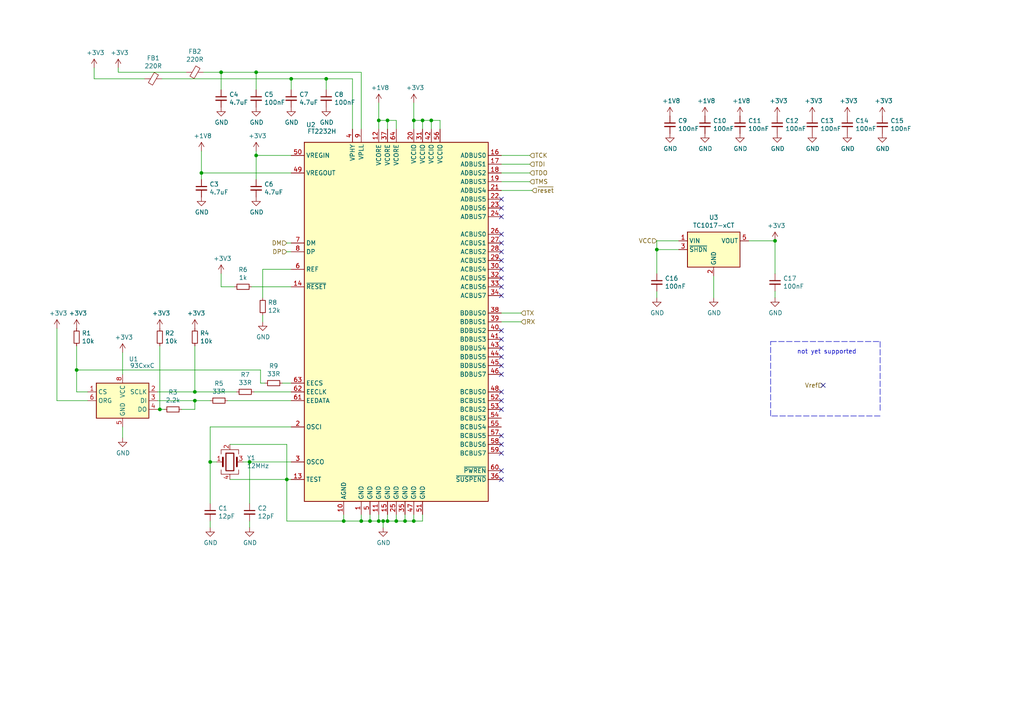
<source format=kicad_sch>
(kicad_sch (version 20211123) (generator eeschema)

  (uuid bdc7face-9f7c-4701-80bb-4cc144448db1)

  (paper "A4")

  (lib_symbols
    (symbol "Device:C_Small" (pin_numbers hide) (pin_names (offset 0.254) hide) (in_bom yes) (on_board yes)
      (property "Reference" "C" (id 0) (at 0.254 1.778 0)
        (effects (font (size 1.27 1.27)) (justify left))
      )
      (property "Value" "C_Small" (id 1) (at 0.254 -2.032 0)
        (effects (font (size 1.27 1.27)) (justify left))
      )
      (property "Footprint" "" (id 2) (at 0 0 0)
        (effects (font (size 1.27 1.27)) hide)
      )
      (property "Datasheet" "~" (id 3) (at 0 0 0)
        (effects (font (size 1.27 1.27)) hide)
      )
      (property "ki_keywords" "capacitor cap" (id 4) (at 0 0 0)
        (effects (font (size 1.27 1.27)) hide)
      )
      (property "ki_description" "Unpolarized capacitor, small symbol" (id 5) (at 0 0 0)
        (effects (font (size 1.27 1.27)) hide)
      )
      (property "ki_fp_filters" "C_*" (id 6) (at 0 0 0)
        (effects (font (size 1.27 1.27)) hide)
      )
      (symbol "C_Small_0_1"
        (polyline
          (pts
            (xy -1.524 -0.508)
            (xy 1.524 -0.508)
          )
          (stroke (width 0.3302) (type default) (color 0 0 0 0))
          (fill (type none))
        )
        (polyline
          (pts
            (xy -1.524 0.508)
            (xy 1.524 0.508)
          )
          (stroke (width 0.3048) (type default) (color 0 0 0 0))
          (fill (type none))
        )
      )
      (symbol "C_Small_1_1"
        (pin passive line (at 0 2.54 270) (length 2.032)
          (name "~" (effects (font (size 1.27 1.27))))
          (number "1" (effects (font (size 1.27 1.27))))
        )
        (pin passive line (at 0 -2.54 90) (length 2.032)
          (name "~" (effects (font (size 1.27 1.27))))
          (number "2" (effects (font (size 1.27 1.27))))
        )
      )
    )
    (symbol "Device:Crystal_GND24" (pin_names (offset 1.016) hide) (in_bom yes) (on_board yes)
      (property "Reference" "Y" (id 0) (at 3.175 5.08 0)
        (effects (font (size 1.27 1.27)) (justify left))
      )
      (property "Value" "Crystal_GND24" (id 1) (at 3.175 3.175 0)
        (effects (font (size 1.27 1.27)) (justify left))
      )
      (property "Footprint" "" (id 2) (at 0 0 0)
        (effects (font (size 1.27 1.27)) hide)
      )
      (property "Datasheet" "~" (id 3) (at 0 0 0)
        (effects (font (size 1.27 1.27)) hide)
      )
      (property "ki_keywords" "quartz ceramic resonator oscillator" (id 4) (at 0 0 0)
        (effects (font (size 1.27 1.27)) hide)
      )
      (property "ki_description" "Four pin crystal, GND on pins 2 and 4" (id 5) (at 0 0 0)
        (effects (font (size 1.27 1.27)) hide)
      )
      (property "ki_fp_filters" "Crystal*" (id 6) (at 0 0 0)
        (effects (font (size 1.27 1.27)) hide)
      )
      (symbol "Crystal_GND24_0_1"
        (rectangle (start -1.143 2.54) (end 1.143 -2.54)
          (stroke (width 0.3048) (type default) (color 0 0 0 0))
          (fill (type none))
        )
        (polyline
          (pts
            (xy -2.54 0)
            (xy -2.032 0)
          )
          (stroke (width 0) (type default) (color 0 0 0 0))
          (fill (type none))
        )
        (polyline
          (pts
            (xy -2.032 -1.27)
            (xy -2.032 1.27)
          )
          (stroke (width 0.508) (type default) (color 0 0 0 0))
          (fill (type none))
        )
        (polyline
          (pts
            (xy 0 -3.81)
            (xy 0 -3.556)
          )
          (stroke (width 0) (type default) (color 0 0 0 0))
          (fill (type none))
        )
        (polyline
          (pts
            (xy 0 3.556)
            (xy 0 3.81)
          )
          (stroke (width 0) (type default) (color 0 0 0 0))
          (fill (type none))
        )
        (polyline
          (pts
            (xy 2.032 -1.27)
            (xy 2.032 1.27)
          )
          (stroke (width 0.508) (type default) (color 0 0 0 0))
          (fill (type none))
        )
        (polyline
          (pts
            (xy 2.032 0)
            (xy 2.54 0)
          )
          (stroke (width 0) (type default) (color 0 0 0 0))
          (fill (type none))
        )
        (polyline
          (pts
            (xy -2.54 -2.286)
            (xy -2.54 -3.556)
            (xy 2.54 -3.556)
            (xy 2.54 -2.286)
          )
          (stroke (width 0) (type default) (color 0 0 0 0))
          (fill (type none))
        )
        (polyline
          (pts
            (xy -2.54 2.286)
            (xy -2.54 3.556)
            (xy 2.54 3.556)
            (xy 2.54 2.286)
          )
          (stroke (width 0) (type default) (color 0 0 0 0))
          (fill (type none))
        )
      )
      (symbol "Crystal_GND24_1_1"
        (pin passive line (at -3.81 0 0) (length 1.27)
          (name "1" (effects (font (size 1.27 1.27))))
          (number "1" (effects (font (size 1.27 1.27))))
        )
        (pin passive line (at 0 5.08 270) (length 1.27)
          (name "2" (effects (font (size 1.27 1.27))))
          (number "2" (effects (font (size 1.27 1.27))))
        )
        (pin passive line (at 3.81 0 180) (length 1.27)
          (name "3" (effects (font (size 1.27 1.27))))
          (number "3" (effects (font (size 1.27 1.27))))
        )
        (pin passive line (at 0 -5.08 90) (length 1.27)
          (name "4" (effects (font (size 1.27 1.27))))
          (number "4" (effects (font (size 1.27 1.27))))
        )
      )
    )
    (symbol "Device:Ferrite_Bead_Small" (pin_numbers hide) (pin_names (offset 0)) (in_bom yes) (on_board yes)
      (property "Reference" "FB" (id 0) (at 1.905 1.27 0)
        (effects (font (size 1.27 1.27)) (justify left))
      )
      (property "Value" "Device_Ferrite_Bead_Small" (id 1) (at 1.905 -1.27 0)
        (effects (font (size 1.27 1.27)) (justify left))
      )
      (property "Footprint" "" (id 2) (at -1.778 0 90)
        (effects (font (size 1.27 1.27)) hide)
      )
      (property "Datasheet" "" (id 3) (at 0 0 0)
        (effects (font (size 1.27 1.27)) hide)
      )
      (property "ki_fp_filters" "Inductor_* L_* *Ferrite*" (id 4) (at 0 0 0)
        (effects (font (size 1.27 1.27)) hide)
      )
      (symbol "Ferrite_Bead_Small_0_1"
        (polyline
          (pts
            (xy 0 -1.27)
            (xy 0 -0.7874)
          )
          (stroke (width 0) (type default) (color 0 0 0 0))
          (fill (type none))
        )
        (polyline
          (pts
            (xy 0 0.889)
            (xy 0 1.2954)
          )
          (stroke (width 0) (type default) (color 0 0 0 0))
          (fill (type none))
        )
        (polyline
          (pts
            (xy -1.8288 0.2794)
            (xy -1.1176 1.4986)
            (xy 1.8288 -0.2032)
            (xy 1.1176 -1.4224)
            (xy -1.8288 0.2794)
          )
          (stroke (width 0) (type default) (color 0 0 0 0))
          (fill (type none))
        )
      )
      (symbol "Ferrite_Bead_Small_1_1"
        (pin passive line (at 0 2.54 270) (length 1.27)
          (name "~" (effects (font (size 1.27 1.27))))
          (number "1" (effects (font (size 1.27 1.27))))
        )
        (pin passive line (at 0 -2.54 90) (length 1.27)
          (name "~" (effects (font (size 1.27 1.27))))
          (number "2" (effects (font (size 1.27 1.27))))
        )
      )
    )
    (symbol "Device:R_Small" (pin_numbers hide) (pin_names (offset 0.254) hide) (in_bom yes) (on_board yes)
      (property "Reference" "R" (id 0) (at 0.762 0.508 0)
        (effects (font (size 1.27 1.27)) (justify left))
      )
      (property "Value" "R_Small" (id 1) (at 0.762 -1.016 0)
        (effects (font (size 1.27 1.27)) (justify left))
      )
      (property "Footprint" "" (id 2) (at 0 0 0)
        (effects (font (size 1.27 1.27)) hide)
      )
      (property "Datasheet" "~" (id 3) (at 0 0 0)
        (effects (font (size 1.27 1.27)) hide)
      )
      (property "ki_keywords" "R resistor" (id 4) (at 0 0 0)
        (effects (font (size 1.27 1.27)) hide)
      )
      (property "ki_description" "Resistor, small symbol" (id 5) (at 0 0 0)
        (effects (font (size 1.27 1.27)) hide)
      )
      (property "ki_fp_filters" "R_*" (id 6) (at 0 0 0)
        (effects (font (size 1.27 1.27)) hide)
      )
      (symbol "R_Small_0_1"
        (rectangle (start -0.762 1.778) (end 0.762 -1.778)
          (stroke (width 0.2032) (type default) (color 0 0 0 0))
          (fill (type none))
        )
      )
      (symbol "R_Small_1_1"
        (pin passive line (at 0 2.54 270) (length 0.762)
          (name "~" (effects (font (size 1.27 1.27))))
          (number "1" (effects (font (size 1.27 1.27))))
        )
        (pin passive line (at 0 -2.54 90) (length 0.762)
          (name "~" (effects (font (size 1.27 1.27))))
          (number "2" (effects (font (size 1.27 1.27))))
        )
      )
    )
    (symbol "Interface_USB:FT2232H" (in_bom yes) (on_board yes)
      (property "Reference" "U" (id 0) (at -26.67 53.34 0)
        (effects (font (size 1.27 1.27)) (justify left))
      )
      (property "Value" "Interface_USB_FT2232H" (id 1) (at 19.05 53.34 0)
        (effects (font (size 1.27 1.27)) (justify left))
      )
      (property "Footprint" "" (id 2) (at 0 0 0)
        (effects (font (size 1.27 1.27)) hide)
      )
      (property "Datasheet" "" (id 3) (at 0 0 0)
        (effects (font (size 1.27 1.27)) hide)
      )
      (property "ki_fp_filters" "QFN*1EP*9x9mm*P0.5mm* LQFP*10x10mm*P0.5mm*" (id 4) (at 0 0 0)
        (effects (font (size 1.27 1.27)) hide)
      )
      (symbol "FT2232H_0_1"
        (rectangle (start -26.67 -52.07) (end 26.67 52.07)
          (stroke (width 0.254) (type default) (color 0 0 0 0))
          (fill (type background))
        )
      )
      (symbol "FT2232H_1_1"
        (pin power_in line (at -10.16 -55.88 90) (length 3.81)
          (name "GND" (effects (font (size 1.27 1.27))))
          (number "1" (effects (font (size 1.27 1.27))))
        )
        (pin power_in line (at -15.24 -55.88 90) (length 3.81)
          (name "AGND" (effects (font (size 1.27 1.27))))
          (number "10" (effects (font (size 1.27 1.27))))
        )
        (pin power_in line (at -5.08 -55.88 90) (length 3.81)
          (name "GND" (effects (font (size 1.27 1.27))))
          (number "11" (effects (font (size 1.27 1.27))))
        )
        (pin power_in line (at -5.08 55.88 270) (length 3.81)
          (name "VCORE" (effects (font (size 1.27 1.27))))
          (number "12" (effects (font (size 1.27 1.27))))
        )
        (pin input line (at -30.48 -45.72 0) (length 3.81)
          (name "TEST" (effects (font (size 1.27 1.27))))
          (number "13" (effects (font (size 1.27 1.27))))
        )
        (pin input line (at -30.48 10.16 0) (length 3.81)
          (name "~{RESET}" (effects (font (size 1.27 1.27))))
          (number "14" (effects (font (size 1.27 1.27))))
        )
        (pin power_in line (at -2.54 -55.88 90) (length 3.81)
          (name "GND" (effects (font (size 1.27 1.27))))
          (number "15" (effects (font (size 1.27 1.27))))
        )
        (pin bidirectional line (at 30.48 48.26 180) (length 3.81)
          (name "ADBUS0" (effects (font (size 1.27 1.27))))
          (number "16" (effects (font (size 1.27 1.27))))
        )
        (pin bidirectional line (at 30.48 45.72 180) (length 3.81)
          (name "ADBUS1" (effects (font (size 1.27 1.27))))
          (number "17" (effects (font (size 1.27 1.27))))
        )
        (pin bidirectional line (at 30.48 43.18 180) (length 3.81)
          (name "ADBUS2" (effects (font (size 1.27 1.27))))
          (number "18" (effects (font (size 1.27 1.27))))
        )
        (pin bidirectional line (at 30.48 40.64 180) (length 3.81)
          (name "ADBUS3" (effects (font (size 1.27 1.27))))
          (number "19" (effects (font (size 1.27 1.27))))
        )
        (pin input line (at -30.48 -30.48 0) (length 3.81)
          (name "OSCI" (effects (font (size 1.27 1.27))))
          (number "2" (effects (font (size 1.27 1.27))))
        )
        (pin power_in line (at 5.08 55.88 270) (length 3.81)
          (name "VCCIO" (effects (font (size 1.27 1.27))))
          (number "20" (effects (font (size 1.27 1.27))))
        )
        (pin bidirectional line (at 30.48 38.1 180) (length 3.81)
          (name "ADBUS4" (effects (font (size 1.27 1.27))))
          (number "21" (effects (font (size 1.27 1.27))))
        )
        (pin bidirectional line (at 30.48 35.56 180) (length 3.81)
          (name "ADBUS5" (effects (font (size 1.27 1.27))))
          (number "22" (effects (font (size 1.27 1.27))))
        )
        (pin bidirectional line (at 30.48 33.02 180) (length 3.81)
          (name "ADBUS6" (effects (font (size 1.27 1.27))))
          (number "23" (effects (font (size 1.27 1.27))))
        )
        (pin bidirectional line (at 30.48 30.48 180) (length 3.81)
          (name "ADBUS7" (effects (font (size 1.27 1.27))))
          (number "24" (effects (font (size 1.27 1.27))))
        )
        (pin power_in line (at 0 -55.88 90) (length 3.81)
          (name "GND" (effects (font (size 1.27 1.27))))
          (number "25" (effects (font (size 1.27 1.27))))
        )
        (pin bidirectional line (at 30.48 25.4 180) (length 3.81)
          (name "ACBUS0" (effects (font (size 1.27 1.27))))
          (number "26" (effects (font (size 1.27 1.27))))
        )
        (pin bidirectional line (at 30.48 22.86 180) (length 3.81)
          (name "ACBUS1" (effects (font (size 1.27 1.27))))
          (number "27" (effects (font (size 1.27 1.27))))
        )
        (pin bidirectional line (at 30.48 20.32 180) (length 3.81)
          (name "ACBUS2" (effects (font (size 1.27 1.27))))
          (number "28" (effects (font (size 1.27 1.27))))
        )
        (pin bidirectional line (at 30.48 17.78 180) (length 3.81)
          (name "ACBUS3" (effects (font (size 1.27 1.27))))
          (number "29" (effects (font (size 1.27 1.27))))
        )
        (pin output line (at -30.48 -40.64 0) (length 3.81)
          (name "OSCO" (effects (font (size 1.27 1.27))))
          (number "3" (effects (font (size 1.27 1.27))))
        )
        (pin bidirectional line (at 30.48 15.24 180) (length 3.81)
          (name "ACBUS4" (effects (font (size 1.27 1.27))))
          (number "30" (effects (font (size 1.27 1.27))))
        )
        (pin power_in line (at 7.62 55.88 270) (length 3.81)
          (name "VCCIO" (effects (font (size 1.27 1.27))))
          (number "31" (effects (font (size 1.27 1.27))))
        )
        (pin bidirectional line (at 30.48 12.7 180) (length 3.81)
          (name "ACBUS5" (effects (font (size 1.27 1.27))))
          (number "32" (effects (font (size 1.27 1.27))))
        )
        (pin bidirectional line (at 30.48 10.16 180) (length 3.81)
          (name "ACBUS6" (effects (font (size 1.27 1.27))))
          (number "33" (effects (font (size 1.27 1.27))))
        )
        (pin bidirectional line (at 30.48 7.62 180) (length 3.81)
          (name "ACBUS7" (effects (font (size 1.27 1.27))))
          (number "34" (effects (font (size 1.27 1.27))))
        )
        (pin power_in line (at 2.54 -55.88 90) (length 3.81)
          (name "GND" (effects (font (size 1.27 1.27))))
          (number "35" (effects (font (size 1.27 1.27))))
        )
        (pin output line (at 30.48 -45.72 180) (length 3.81)
          (name "~{SUSPEND}" (effects (font (size 1.27 1.27))))
          (number "36" (effects (font (size 1.27 1.27))))
        )
        (pin power_in line (at -2.54 55.88 270) (length 3.81)
          (name "VCORE" (effects (font (size 1.27 1.27))))
          (number "37" (effects (font (size 1.27 1.27))))
        )
        (pin bidirectional line (at 30.48 2.54 180) (length 3.81)
          (name "BDBUS0" (effects (font (size 1.27 1.27))))
          (number "38" (effects (font (size 1.27 1.27))))
        )
        (pin bidirectional line (at 30.48 0 180) (length 3.81)
          (name "BDBUS1" (effects (font (size 1.27 1.27))))
          (number "39" (effects (font (size 1.27 1.27))))
        )
        (pin power_in line (at -12.7 55.88 270) (length 3.81)
          (name "VPHY" (effects (font (size 1.27 1.27))))
          (number "4" (effects (font (size 1.27 1.27))))
        )
        (pin bidirectional line (at 30.48 -2.54 180) (length 3.81)
          (name "BDBUS2" (effects (font (size 1.27 1.27))))
          (number "40" (effects (font (size 1.27 1.27))))
        )
        (pin bidirectional line (at 30.48 -5.08 180) (length 3.81)
          (name "BDBUS3" (effects (font (size 1.27 1.27))))
          (number "41" (effects (font (size 1.27 1.27))))
        )
        (pin power_in line (at 10.16 55.88 270) (length 3.81)
          (name "VCCIO" (effects (font (size 1.27 1.27))))
          (number "42" (effects (font (size 1.27 1.27))))
        )
        (pin bidirectional line (at 30.48 -7.62 180) (length 3.81)
          (name "BDBUS4" (effects (font (size 1.27 1.27))))
          (number "43" (effects (font (size 1.27 1.27))))
        )
        (pin bidirectional line (at 30.48 -10.16 180) (length 3.81)
          (name "BDBUS5" (effects (font (size 1.27 1.27))))
          (number "44" (effects (font (size 1.27 1.27))))
        )
        (pin bidirectional line (at 30.48 -12.7 180) (length 3.81)
          (name "BDBUS6" (effects (font (size 1.27 1.27))))
          (number "45" (effects (font (size 1.27 1.27))))
        )
        (pin bidirectional line (at 30.48 -15.24 180) (length 3.81)
          (name "BDBUS7" (effects (font (size 1.27 1.27))))
          (number "46" (effects (font (size 1.27 1.27))))
        )
        (pin power_in line (at 5.08 -55.88 90) (length 3.81)
          (name "GND" (effects (font (size 1.27 1.27))))
          (number "47" (effects (font (size 1.27 1.27))))
        )
        (pin bidirectional line (at 30.48 -20.32 180) (length 3.81)
          (name "BCBUS0" (effects (font (size 1.27 1.27))))
          (number "48" (effects (font (size 1.27 1.27))))
        )
        (pin power_out line (at -30.48 43.18 0) (length 3.81)
          (name "VREGOUT" (effects (font (size 1.27 1.27))))
          (number "49" (effects (font (size 1.27 1.27))))
        )
        (pin power_in line (at -7.62 -55.88 90) (length 3.81)
          (name "GND" (effects (font (size 1.27 1.27))))
          (number "5" (effects (font (size 1.27 1.27))))
        )
        (pin power_in line (at -30.48 48.26 0) (length 3.81)
          (name "VREGIN" (effects (font (size 1.27 1.27))))
          (number "50" (effects (font (size 1.27 1.27))))
        )
        (pin power_in line (at 7.62 -55.88 90) (length 3.81)
          (name "GND" (effects (font (size 1.27 1.27))))
          (number "51" (effects (font (size 1.27 1.27))))
        )
        (pin bidirectional line (at 30.48 -22.86 180) (length 3.81)
          (name "BCBUS1" (effects (font (size 1.27 1.27))))
          (number "52" (effects (font (size 1.27 1.27))))
        )
        (pin bidirectional line (at 30.48 -25.4 180) (length 3.81)
          (name "BCBUS2" (effects (font (size 1.27 1.27))))
          (number "53" (effects (font (size 1.27 1.27))))
        )
        (pin bidirectional line (at 30.48 -27.94 180) (length 3.81)
          (name "BCBUS3" (effects (font (size 1.27 1.27))))
          (number "54" (effects (font (size 1.27 1.27))))
        )
        (pin bidirectional line (at 30.48 -30.48 180) (length 3.81)
          (name "BCBUS4" (effects (font (size 1.27 1.27))))
          (number "55" (effects (font (size 1.27 1.27))))
        )
        (pin power_in line (at 12.7 55.88 270) (length 3.81)
          (name "VCCIO" (effects (font (size 1.27 1.27))))
          (number "56" (effects (font (size 1.27 1.27))))
        )
        (pin bidirectional line (at 30.48 -33.02 180) (length 3.81)
          (name "BCBUS5" (effects (font (size 1.27 1.27))))
          (number "57" (effects (font (size 1.27 1.27))))
        )
        (pin bidirectional line (at 30.48 -35.56 180) (length 3.81)
          (name "BCBUS6" (effects (font (size 1.27 1.27))))
          (number "58" (effects (font (size 1.27 1.27))))
        )
        (pin bidirectional line (at 30.48 -38.1 180) (length 3.81)
          (name "BCBUS7" (effects (font (size 1.27 1.27))))
          (number "59" (effects (font (size 1.27 1.27))))
        )
        (pin output line (at -30.48 15.24 0) (length 3.81)
          (name "REF" (effects (font (size 1.27 1.27))))
          (number "6" (effects (font (size 1.27 1.27))))
        )
        (pin output line (at 30.48 -43.18 180) (length 3.81)
          (name "~{PWREN}" (effects (font (size 1.27 1.27))))
          (number "60" (effects (font (size 1.27 1.27))))
        )
        (pin bidirectional line (at -30.48 -22.86 0) (length 3.81)
          (name "EEDATA" (effects (font (size 1.27 1.27))))
          (number "61" (effects (font (size 1.27 1.27))))
        )
        (pin output line (at -30.48 -20.32 0) (length 3.81)
          (name "EECLK" (effects (font (size 1.27 1.27))))
          (number "62" (effects (font (size 1.27 1.27))))
        )
        (pin output line (at -30.48 -17.78 0) (length 3.81)
          (name "EECS" (effects (font (size 1.27 1.27))))
          (number "63" (effects (font (size 1.27 1.27))))
        )
        (pin power_in line (at 0 55.88 270) (length 3.81)
          (name "VCORE" (effects (font (size 1.27 1.27))))
          (number "64" (effects (font (size 1.27 1.27))))
        )
        (pin bidirectional line (at -30.48 22.86 0) (length 3.81)
          (name "DM" (effects (font (size 1.27 1.27))))
          (number "7" (effects (font (size 1.27 1.27))))
        )
        (pin bidirectional line (at -30.48 20.32 0) (length 3.81)
          (name "DP" (effects (font (size 1.27 1.27))))
          (number "8" (effects (font (size 1.27 1.27))))
        )
        (pin input line (at -10.16 55.88 270) (length 3.81)
          (name "VPLL" (effects (font (size 1.27 1.27))))
          (number "9" (effects (font (size 1.27 1.27))))
        )
      )
    )
    (symbol "Memory_EEPROM:93CxxC" (in_bom yes) (on_board yes)
      (property "Reference" "U" (id 0) (at -7.62 6.35 0)
        (effects (font (size 1.27 1.27)))
      )
      (property "Value" "93CxxC" (id 1) (at 2.54 -6.35 0)
        (effects (font (size 1.27 1.27)) (justify left))
      )
      (property "Footprint" "" (id 2) (at 0 0 0)
        (effects (font (size 1.27 1.27)) hide)
      )
      (property "Datasheet" "http://ww1.microchip.com/downloads/en/DeviceDoc/20001749K.pdf" (id 3) (at 0 0 0)
        (effects (font (size 1.27 1.27)) hide)
      )
      (property "ki_keywords" "EEPROM memory Microwire" (id 4) (at 0 0 0)
        (effects (font (size 1.27 1.27)) hide)
      )
      (property "ki_description" "Serial EEPROM, 93 Series, with ORG Pin, 5.0V, DIP-8/SOIC-8" (id 5) (at 0 0 0)
        (effects (font (size 1.27 1.27)) hide)
      )
      (property "ki_fp_filters" "DIP*W7.62mm* SOIC*3.9x4.9mm*" (id 6) (at 0 0 0)
        (effects (font (size 1.27 1.27)) hide)
      )
      (symbol "93CxxC_1_1"
        (rectangle (start -7.62 5.08) (end 7.62 -5.08)
          (stroke (width 0.254) (type default) (color 0 0 0 0))
          (fill (type background))
        )
        (pin input line (at -10.16 2.54 0) (length 2.54)
          (name "CS" (effects (font (size 1.27 1.27))))
          (number "1" (effects (font (size 1.27 1.27))))
        )
        (pin input line (at 10.16 2.54 180) (length 2.54)
          (name "SCLK" (effects (font (size 1.27 1.27))))
          (number "2" (effects (font (size 1.27 1.27))))
        )
        (pin input line (at 10.16 0 180) (length 2.54)
          (name "DI" (effects (font (size 1.27 1.27))))
          (number "3" (effects (font (size 1.27 1.27))))
        )
        (pin tri_state line (at 10.16 -2.54 180) (length 2.54)
          (name "DO" (effects (font (size 1.27 1.27))))
          (number "4" (effects (font (size 1.27 1.27))))
        )
        (pin power_in line (at 0 -7.62 90) (length 2.54)
          (name "GND" (effects (font (size 1.27 1.27))))
          (number "5" (effects (font (size 1.27 1.27))))
        )
        (pin input line (at -10.16 0 0) (length 2.54)
          (name "ORG" (effects (font (size 1.27 1.27))))
          (number "6" (effects (font (size 1.27 1.27))))
        )
        (pin no_connect line (at -7.62 -2.54 0) (length 2.54) hide
          (name "NC" (effects (font (size 1.27 1.27))))
          (number "7" (effects (font (size 1.27 1.27))))
        )
        (pin power_in line (at 0 7.62 270) (length 2.54)
          (name "VCC" (effects (font (size 1.27 1.27))))
          (number "8" (effects (font (size 1.27 1.27))))
        )
      )
    )
    (symbol "Regulator_Linear:TC1017-xCT" (in_bom yes) (on_board yes)
      (property "Reference" "U" (id 0) (at -6.35 6.35 0)
        (effects (font (size 1.27 1.27)) (justify left))
      )
      (property "Value" "TC1017-xCT" (id 1) (at 0 6.35 0)
        (effects (font (size 1.27 1.27)) (justify left))
      )
      (property "Footprint" "Package_TO_SOT_SMD:SOT-23-5" (id 2) (at -6.35 8.89 0)
        (effects (font (size 1.27 1.27) italic) (justify left) hide)
      )
      (property "Datasheet" "http://ww1.microchip.com/downloads/en/DeviceDoc/21813F.pdf" (id 3) (at 0 -2.54 0)
        (effects (font (size 1.27 1.27)) hide)
      )
      (property "ki_keywords" "LDO Linear Voltage Regulator" (id 4) (at 0 0 0)
        (effects (font (size 1.27 1.27)) hide)
      )
      (property "ki_description" "150mA, Tiny CMOS LDO With Shutdown, SOT-23-5" (id 5) (at 0 0 0)
        (effects (font (size 1.27 1.27)) hide)
      )
      (property "ki_fp_filters" "SOT?23*" (id 6) (at 0 0 0)
        (effects (font (size 1.27 1.27)) hide)
      )
      (symbol "TC1017-xCT_0_1"
        (rectangle (start -7.62 5.08) (end 7.62 -5.08)
          (stroke (width 0.254) (type default) (color 0 0 0 0))
          (fill (type background))
        )
      )
      (symbol "TC1017-xCT_1_1"
        (pin power_in line (at -10.16 2.54 0) (length 2.54)
          (name "VIN" (effects (font (size 1.27 1.27))))
          (number "1" (effects (font (size 1.27 1.27))))
        )
        (pin power_in line (at 0 -7.62 90) (length 2.54)
          (name "GND" (effects (font (size 1.27 1.27))))
          (number "2" (effects (font (size 1.27 1.27))))
        )
        (pin input line (at -10.16 0 0) (length 2.54)
          (name "~{SHDN}" (effects (font (size 1.27 1.27))))
          (number "3" (effects (font (size 1.27 1.27))))
        )
        (pin no_connect line (at 7.62 0 180) (length 2.54) hide
          (name "NC" (effects (font (size 1.27 1.27))))
          (number "4" (effects (font (size 1.27 1.27))))
        )
        (pin power_out line (at 10.16 2.54 180) (length 2.54)
          (name "VOUT" (effects (font (size 1.27 1.27))))
          (number "5" (effects (font (size 1.27 1.27))))
        )
      )
    )
    (symbol "power:+1V8" (power) (pin_names (offset 0)) (in_bom yes) (on_board yes)
      (property "Reference" "#PWR" (id 0) (at 0 -3.81 0)
        (effects (font (size 1.27 1.27)) hide)
      )
      (property "Value" "+1V8" (id 1) (at 0 3.556 0)
        (effects (font (size 1.27 1.27)))
      )
      (property "Footprint" "" (id 2) (at 0 0 0)
        (effects (font (size 1.27 1.27)) hide)
      )
      (property "Datasheet" "" (id 3) (at 0 0 0)
        (effects (font (size 1.27 1.27)) hide)
      )
      (property "ki_keywords" "power-flag" (id 4) (at 0 0 0)
        (effects (font (size 1.27 1.27)) hide)
      )
      (property "ki_description" "Power symbol creates a global label with name \"+1V8\"" (id 5) (at 0 0 0)
        (effects (font (size 1.27 1.27)) hide)
      )
      (symbol "+1V8_0_1"
        (polyline
          (pts
            (xy -0.762 1.27)
            (xy 0 2.54)
          )
          (stroke (width 0) (type default) (color 0 0 0 0))
          (fill (type none))
        )
        (polyline
          (pts
            (xy 0 0)
            (xy 0 2.54)
          )
          (stroke (width 0) (type default) (color 0 0 0 0))
          (fill (type none))
        )
        (polyline
          (pts
            (xy 0 2.54)
            (xy 0.762 1.27)
          )
          (stroke (width 0) (type default) (color 0 0 0 0))
          (fill (type none))
        )
      )
      (symbol "+1V8_1_1"
        (pin power_in line (at 0 0 90) (length 0) hide
          (name "+1V8" (effects (font (size 1.27 1.27))))
          (number "1" (effects (font (size 1.27 1.27))))
        )
      )
    )
    (symbol "power:+3.3V" (power) (pin_names (offset 0)) (in_bom yes) (on_board yes)
      (property "Reference" "#PWR" (id 0) (at 0 -3.81 0)
        (effects (font (size 1.27 1.27)) hide)
      )
      (property "Value" "+3.3V" (id 1) (at 0 3.556 0)
        (effects (font (size 1.27 1.27)))
      )
      (property "Footprint" "" (id 2) (at 0 0 0)
        (effects (font (size 1.27 1.27)) hide)
      )
      (property "Datasheet" "" (id 3) (at 0 0 0)
        (effects (font (size 1.27 1.27)) hide)
      )
      (property "ki_keywords" "power-flag" (id 4) (at 0 0 0)
        (effects (font (size 1.27 1.27)) hide)
      )
      (property "ki_description" "Power symbol creates a global label with name \"+3.3V\"" (id 5) (at 0 0 0)
        (effects (font (size 1.27 1.27)) hide)
      )
      (symbol "+3.3V_0_1"
        (polyline
          (pts
            (xy -0.762 1.27)
            (xy 0 2.54)
          )
          (stroke (width 0) (type default) (color 0 0 0 0))
          (fill (type none))
        )
        (polyline
          (pts
            (xy 0 0)
            (xy 0 2.54)
          )
          (stroke (width 0) (type default) (color 0 0 0 0))
          (fill (type none))
        )
        (polyline
          (pts
            (xy 0 2.54)
            (xy 0.762 1.27)
          )
          (stroke (width 0) (type default) (color 0 0 0 0))
          (fill (type none))
        )
      )
      (symbol "+3.3V_1_1"
        (pin power_in line (at 0 0 90) (length 0) hide
          (name "+3V3" (effects (font (size 1.27 1.27))))
          (number "1" (effects (font (size 1.27 1.27))))
        )
      )
    )
    (symbol "power:GND" (power) (pin_names (offset 0)) (in_bom yes) (on_board yes)
      (property "Reference" "#PWR" (id 0) (at 0 -6.35 0)
        (effects (font (size 1.27 1.27)) hide)
      )
      (property "Value" "GND" (id 1) (at 0 -3.81 0)
        (effects (font (size 1.27 1.27)))
      )
      (property "Footprint" "" (id 2) (at 0 0 0)
        (effects (font (size 1.27 1.27)) hide)
      )
      (property "Datasheet" "" (id 3) (at 0 0 0)
        (effects (font (size 1.27 1.27)) hide)
      )
      (property "ki_keywords" "power-flag" (id 4) (at 0 0 0)
        (effects (font (size 1.27 1.27)) hide)
      )
      (property "ki_description" "Power symbol creates a global label with name \"GND\" , ground" (id 5) (at 0 0 0)
        (effects (font (size 1.27 1.27)) hide)
      )
      (symbol "GND_0_1"
        (polyline
          (pts
            (xy 0 0)
            (xy 0 -1.27)
            (xy 1.27 -1.27)
            (xy 0 -2.54)
            (xy -1.27 -1.27)
            (xy 0 -1.27)
          )
          (stroke (width 0) (type default) (color 0 0 0 0))
          (fill (type none))
        )
      )
      (symbol "GND_1_1"
        (pin power_in line (at 0 0 270) (length 0) hide
          (name "GND" (effects (font (size 1.27 1.27))))
          (number "1" (effects (font (size 1.27 1.27))))
        )
      )
    )
  )

  (junction (at 74.295 45.085) (diameter 0) (color 0 0 0 0)
    (uuid 0520f61d-4522-4301-a3fa-8ed0bf060f69)
  )
  (junction (at 112.395 34.925) (diameter 0) (color 0 0 0 0)
    (uuid 071522c0-d0ed-49b9-906e-6295f67fb0dc)
  )
  (junction (at 83.185 139.065) (diameter 0) (color 0 0 0 0)
    (uuid 182b2d54-931d-49d6-9f39-60a752623e36)
  )
  (junction (at 56.515 116.205) (diameter 0) (color 0 0 0 0)
    (uuid 35a9f71f-ba35-47f6-814e-4106ac36c51e)
  )
  (junction (at 64.135 20.955) (diameter 0) (color 0 0 0 0)
    (uuid 4107d40a-e5df-4255-aacc-13f9928e090c)
  )
  (junction (at 114.935 151.13) (diameter 0) (color 0 0 0 0)
    (uuid 4a21e717-d46d-4d9e-8b98-af4ecb02d3ec)
  )
  (junction (at 94.615 22.86) (diameter 0) (color 0 0 0 0)
    (uuid 4b03e854-02fe-44cc-bece-f8268b7cae54)
  )
  (junction (at 109.855 34.925) (diameter 0) (color 0 0 0 0)
    (uuid 59ec3156-036e-4049-89db-91a9dd07095f)
  )
  (junction (at 104.775 151.13) (diameter 0) (color 0 0 0 0)
    (uuid 730b670c-9bcf-4dcd-9a8d-fcaa61fb0955)
  )
  (junction (at 112.395 151.13) (diameter 0) (color 0 0 0 0)
    (uuid 7599133e-c681-4202-85d9-c20dac196c64)
  )
  (junction (at 56.515 113.665) (diameter 0) (color 0 0 0 0)
    (uuid 7e0a03ae-d054-4f76-a131-5c09b8dc1636)
  )
  (junction (at 46.355 118.745) (diameter 0) (color 0 0 0 0)
    (uuid 82be7aae-5d06-4178-8c3e-98760c41b054)
  )
  (junction (at 72.39 133.985) (diameter 0) (color 0 0 0 0)
    (uuid 853ee787-6e2c-4f32-bc75-6c17337dd3d5)
  )
  (junction (at 125.095 34.925) (diameter 0) (color 0 0 0 0)
    (uuid 88668202-3f0b-4d07-84d4-dcd790f57272)
  )
  (junction (at 120.015 34.925) (diameter 0) (color 0 0 0 0)
    (uuid 8bc2c25a-a1f1-4ce8-b96a-a4f8f4c35079)
  )
  (junction (at 58.42 50.165) (diameter 0) (color 0 0 0 0)
    (uuid 8fcec304-c6b1-4655-8326-beacd0476953)
  )
  (junction (at 60.96 133.985) (diameter 0) (color 0 0 0 0)
    (uuid 9cb12cc8-7f1a-4a01-9256-c119f11a8a02)
  )
  (junction (at 111.125 151.13) (diameter 0) (color 0 0 0 0)
    (uuid 9f8381e9-3077-4453-a480-a01ad9c1a940)
  )
  (junction (at 120.015 151.13) (diameter 0) (color 0 0 0 0)
    (uuid a5cd8da1-8f7f-4f80-bb23-0317de562222)
  )
  (junction (at 22.225 107.315) (diameter 0) (color 0 0 0 0)
    (uuid c1c799a0-3c93-493a-9ad7-8a0561bc69ee)
  )
  (junction (at 117.475 151.13) (diameter 0) (color 0 0 0 0)
    (uuid c5eb1e4c-ce83-470e-8f32-e20ff1f886a3)
  )
  (junction (at 224.79 69.85) (diameter 0) (color 0 0 0 0)
    (uuid c7d1a919-632e-4128-99be-e2ba6df6a4ac)
  )
  (junction (at 107.315 151.13) (diameter 0) (color 0 0 0 0)
    (uuid ca87f11b-5f48-4b57-8535-68d3ec2fe5a9)
  )
  (junction (at 190.5 72.39) (diameter 0) (color 0 0 0 0)
    (uuid ce7f3f7c-0396-4374-929c-846f2aa714fa)
  )
  (junction (at 84.455 22.86) (diameter 0) (color 0 0 0 0)
    (uuid d2d7bea6-0c22-495f-8666-323b30e03150)
  )
  (junction (at 109.855 151.13) (diameter 0) (color 0 0 0 0)
    (uuid d3d7e298-1d39-4294-a3ab-c84cc0dc5e5a)
  )
  (junction (at 74.295 20.955) (diameter 0) (color 0 0 0 0)
    (uuid e0f06b5c-de63-4833-a591-ca9e19217a35)
  )
  (junction (at 99.695 151.13) (diameter 0) (color 0 0 0 0)
    (uuid f3628265-0155-43e2-a467-c40ff783e265)
  )
  (junction (at 122.555 34.925) (diameter 0) (color 0 0 0 0)
    (uuid f449bd37-cc90-4487-aee6-2a20b8d2843a)
  )

  (no_connect (at 145.415 131.445) (uuid 03caada9-9e22-4e2d-9035-b15433dfbb17))
  (no_connect (at 145.415 126.365) (uuid 0ff508fd-18da-4ab7-9844-3c8a28c2587e))
  (no_connect (at 145.415 128.905) (uuid 1f3003e6-dce5-420f-906b-3f1e92b67249))
  (no_connect (at 145.415 85.725) (uuid 25d545dc-8f50-4573-922c-35ef5a2a3a19))
  (no_connect (at 145.415 57.785) (uuid 40165eda-4ba6-4565-9bb4-b9df6dbb08da))
  (no_connect (at 145.415 100.965) (uuid 40976bf0-19de-460f-ad64-224d4f51e16b))
  (no_connect (at 145.415 62.865) (uuid 4780a290-d25c-4459-9579-eba3f7678762))
  (no_connect (at 145.415 116.205) (uuid 639c0e59-e95c-4114-bccd-2e7277505454))
  (no_connect (at 145.415 60.325) (uuid 7e023245-2c2b-4e2b-bfb9-5d35176e88f2))
  (no_connect (at 145.415 98.425) (uuid 8c514922-ffe1-4e37-a260-e807409f2e0d))
  (no_connect (at 145.415 118.745) (uuid 8ca3e20d-bcc7-4c5e-9deb-562dfed9fecb))
  (no_connect (at 145.415 108.585) (uuid a15a7506-eae4-4933-84da-9ad754258706))
  (no_connect (at 145.415 78.105) (uuid aca4de92-9c41-4c2b-9afa-540d02dafa1c))
  (no_connect (at 145.415 70.485) (uuid babeabf2-f3b0-4ed5-8d9e-0215947e6cf3))
  (no_connect (at 145.415 136.525) (uuid bc0dbc57-3ae8-4ce5-a05c-2d6003bba475))
  (no_connect (at 145.415 95.885) (uuid c25a772d-af9c-4ebc-96f6-0966738c13a8))
  (no_connect (at 145.415 80.645) (uuid c43663ee-9a0d-4f27-a292-89ba89964065))
  (no_connect (at 145.415 83.185) (uuid c830e3bc-dc64-4f65-8f47-3b106bae2807))
  (no_connect (at 145.415 139.065) (uuid c8b92953-cd23-44e6-85ce-083fb8c3f20f))
  (no_connect (at 145.415 106.045) (uuid c8c79177-94d4-43e2-a654-f0a5554fbb68))
  (no_connect (at 238.76 111.76) (uuid cca03825-d157-4806-96f5-9994f3523f7c))
  (no_connect (at 145.415 113.665) (uuid d3c11c8f-a73d-4211-934b-a6da255728ad))
  (no_connect (at 145.415 75.565) (uuid d7269d2a-b8c0-422d-8f25-f79ea31bf75e))
  (no_connect (at 145.415 67.945) (uuid df68c26a-03b5-4466-aecf-ba34b7dce6b7))
  (no_connect (at 145.415 103.505) (uuid e21aa84b-970e-47cf-b64f-3b55ee0e1b51))
  (no_connect (at 145.415 73.025) (uuid e8c50f1b-c316-4110-9cce-5c24c65a1eaa))

  (wire (pts (xy 67.945 83.185) (xy 64.135 83.185))
    (stroke (width 0) (type default) (color 0 0 0 0))
    (uuid 003c2200-0632-4808-a662-8ddd5d30c768)
  )
  (wire (pts (xy 107.315 149.225) (xy 107.315 151.13))
    (stroke (width 0) (type default) (color 0 0 0 0))
    (uuid 01e9b6e7-adf9-4ee7-9447-a588630ee4a2)
  )
  (wire (pts (xy 46.99 22.86) (xy 84.455 22.86))
    (stroke (width 0) (type default) (color 0 0 0 0))
    (uuid 03c7f780-fc1b-487a-b30d-567d6c09fdc8)
  )
  (wire (pts (xy 114.935 149.225) (xy 114.935 151.13))
    (stroke (width 0) (type default) (color 0 0 0 0))
    (uuid 0755aee5-bc01-4cb5-b830-583289df50a3)
  )
  (wire (pts (xy 74.295 26.035) (xy 74.295 20.955))
    (stroke (width 0) (type default) (color 0 0 0 0))
    (uuid 0ae82096-0994-4fb0-9a2a-d4ac4804abac)
  )
  (wire (pts (xy 84.455 139.065) (xy 83.185 139.065))
    (stroke (width 0) (type default) (color 0 0 0 0))
    (uuid 0c3dceba-7c95-4b3d-b590-0eb581444beb)
  )
  (wire (pts (xy 75.565 111.125) (xy 75.565 107.315))
    (stroke (width 0) (type default) (color 0 0 0 0))
    (uuid 0ce8d3ab-2662-4158-8a2a-18b782908fc5)
  )
  (wire (pts (xy 84.455 22.86) (xy 94.615 22.86))
    (stroke (width 0) (type default) (color 0 0 0 0))
    (uuid 0f324b67-75ef-407f-8dbc-3c1fc5c2abba)
  )
  (wire (pts (xy 64.135 20.955) (xy 74.295 20.955))
    (stroke (width 0) (type default) (color 0 0 0 0))
    (uuid 0fdc6f30-77bc-4e9b-8665-c8aa9acf5bf9)
  )
  (wire (pts (xy 153.67 50.165) (xy 145.415 50.165))
    (stroke (width 0) (type default) (color 0 0 0 0))
    (uuid 12422a89-3d0c-485c-9386-f77121fd68fd)
  )
  (wire (pts (xy 120.015 149.225) (xy 120.015 151.13))
    (stroke (width 0) (type default) (color 0 0 0 0))
    (uuid 16bd6381-8ac0-4bf2-9dce-ecc20c724b8d)
  )
  (wire (pts (xy 153.67 45.085) (xy 145.415 45.085))
    (stroke (width 0) (type default) (color 0 0 0 0))
    (uuid 1a6d2848-e78e-49fe-8978-e1890f07836f)
  )
  (polyline (pts (xy 223.52 120.65) (xy 223.52 99.06))
    (stroke (width 0) (type default) (color 0 0 0 0))
    (uuid 1a80f660-25f3-48e8-952f-89111a33a38f)
  )

  (wire (pts (xy 94.615 26.035) (xy 94.615 22.86))
    (stroke (width 0) (type default) (color 0 0 0 0))
    (uuid 1c68b844-c861-46b7-b734-0242168a4220)
  )
  (wire (pts (xy 81.915 111.125) (xy 84.455 111.125))
    (stroke (width 0) (type default) (color 0 0 0 0))
    (uuid 1e518c2a-4cb7-4599-a1fa-5b9f847da7d3)
  )
  (wire (pts (xy 151.13 93.345) (xy 145.415 93.345))
    (stroke (width 0) (type default) (color 0 0 0 0))
    (uuid 1e8701fc-ad24-40ea-846a-e3db538d6077)
  )
  (wire (pts (xy 74.295 45.085) (xy 84.455 45.085))
    (stroke (width 0) (type default) (color 0 0 0 0))
    (uuid 1fa508ef-df83-4c99-846b-9acf535b3ad9)
  )
  (wire (pts (xy 27.305 22.86) (xy 27.305 19.685))
    (stroke (width 0) (type default) (color 0 0 0 0))
    (uuid 224768bc-6009-43ba-aa4a-70cbaa15b5a3)
  )
  (wire (pts (xy 16.51 95.25) (xy 16.51 116.205))
    (stroke (width 0) (type default) (color 0 0 0 0))
    (uuid 22999e73-da32-43a5-9163-4b3a41614f25)
  )
  (wire (pts (xy 60.96 153.035) (xy 60.96 151.13))
    (stroke (width 0) (type default) (color 0 0 0 0))
    (uuid 240e5dac-6242-47a5-bbef-f76d11c715c0)
  )
  (wire (pts (xy 76.2 78.105) (xy 84.455 78.105))
    (stroke (width 0) (type default) (color 0 0 0 0))
    (uuid 24f7628d-681d-4f0e-8409-40a129e929d9)
  )
  (wire (pts (xy 22.225 100.33) (xy 22.225 107.315))
    (stroke (width 0) (type default) (color 0 0 0 0))
    (uuid 262f1ea9-0133-4b43-be36-456207ea857c)
  )
  (wire (pts (xy 120.015 29.845) (xy 120.015 34.925))
    (stroke (width 0) (type default) (color 0 0 0 0))
    (uuid 2846428d-39de-4eae-8ce2-64955d56c493)
  )
  (wire (pts (xy 75.565 107.315) (xy 22.225 107.315))
    (stroke (width 0) (type default) (color 0 0 0 0))
    (uuid 29195ea4-8218-44a1-b4bf-466bee0082e4)
  )
  (wire (pts (xy 56.515 100.33) (xy 56.515 113.665))
    (stroke (width 0) (type default) (color 0 0 0 0))
    (uuid 2e842263-c0ba-46fd-a760-6624d4c78278)
  )
  (wire (pts (xy 83.185 73.025) (xy 84.455 73.025))
    (stroke (width 0) (type default) (color 0 0 0 0))
    (uuid 2f215f15-3d52-4c91-93e6-3ea03a95622f)
  )
  (wire (pts (xy 35.56 102.235) (xy 35.56 108.585))
    (stroke (width 0) (type default) (color 0 0 0 0))
    (uuid 309b3bff-19c8-41ec-a84d-63399c649f46)
  )
  (polyline (pts (xy 255.27 120.65) (xy 223.52 120.65))
    (stroke (width 0) (type default) (color 0 0 0 0))
    (uuid 33f3a99a-8df0-41a5-be2d-1e3400ca68bb)
  )

  (wire (pts (xy 125.095 34.925) (xy 122.555 34.925))
    (stroke (width 0) (type default) (color 0 0 0 0))
    (uuid 37f31dec-63fc-4634-a141-5dc5d2b60fe4)
  )
  (wire (pts (xy 76.2 86.36) (xy 76.2 78.105))
    (stroke (width 0) (type default) (color 0 0 0 0))
    (uuid 3a7648d8-121a-4921-9b92-9b35b76ce39b)
  )
  (polyline (pts (xy 223.52 99.06) (xy 255.27 99.06))
    (stroke (width 0) (type default) (color 0 0 0 0))
    (uuid 3d8fc3d2-fb25-43d2-b7f4-8d376182ebaa)
  )

  (wire (pts (xy 74.295 52.07) (xy 74.295 45.085))
    (stroke (width 0) (type default) (color 0 0 0 0))
    (uuid 411d4270-c66c-4318-b7fb-1470d34862b8)
  )
  (wire (pts (xy 114.935 34.925) (xy 112.395 34.925))
    (stroke (width 0) (type default) (color 0 0 0 0))
    (uuid 4e315e69-0417-463a-8b7f-469a08d1496e)
  )
  (wire (pts (xy 74.295 43.815) (xy 74.295 45.085))
    (stroke (width 0) (type default) (color 0 0 0 0))
    (uuid 4f411f68-04bd-4175-a406-bcaa4cf6601e)
  )
  (wire (pts (xy 120.015 151.13) (xy 122.555 151.13))
    (stroke (width 0) (type default) (color 0 0 0 0))
    (uuid 4f66b314-0f62-4fb6-8c3c-f9c6a75cd3ec)
  )
  (wire (pts (xy 127.635 37.465) (xy 127.635 34.925))
    (stroke (width 0) (type default) (color 0 0 0 0))
    (uuid 4fa10683-33cd-4dcd-8acc-2415cd63c62a)
  )
  (wire (pts (xy 112.395 151.13) (xy 114.935 151.13))
    (stroke (width 0) (type default) (color 0 0 0 0))
    (uuid 4fb21471-41be-4be8-9687-66030f97befc)
  )
  (wire (pts (xy 35.56 123.825) (xy 35.56 127))
    (stroke (width 0) (type default) (color 0 0 0 0))
    (uuid 503dbd88-3e6b-48cc-a2ea-a6e28b52a1f7)
  )
  (wire (pts (xy 66.675 139.065) (xy 83.185 139.065))
    (stroke (width 0) (type default) (color 0 0 0 0))
    (uuid 5114c7bf-b955-49f3-a0a8-4b954c81bde0)
  )
  (wire (pts (xy 154.305 55.245) (xy 145.415 55.245))
    (stroke (width 0) (type default) (color 0 0 0 0))
    (uuid 57276367-9ce4-4738-88d7-6e8cb94c966c)
  )
  (wire (pts (xy 72.39 133.985) (xy 84.455 133.985))
    (stroke (width 0) (type default) (color 0 0 0 0))
    (uuid 57c0c267-8bf9-4cc7-b734-d71a239ac313)
  )
  (wire (pts (xy 112.395 37.465) (xy 112.395 34.925))
    (stroke (width 0) (type default) (color 0 0 0 0))
    (uuid 597a11f2-5d2c-4a65-ac95-38ad106e1367)
  )
  (wire (pts (xy 56.515 118.745) (xy 56.515 116.205))
    (stroke (width 0) (type default) (color 0 0 0 0))
    (uuid 5b34a16c-5a14-4291-8242-ea6d6ac54372)
  )
  (wire (pts (xy 117.475 149.225) (xy 117.475 151.13))
    (stroke (width 0) (type default) (color 0 0 0 0))
    (uuid 60dcd1fe-7079-4cb8-b509-04558ccf5097)
  )
  (wire (pts (xy 83.185 70.485) (xy 84.455 70.485))
    (stroke (width 0) (type default) (color 0 0 0 0))
    (uuid 61fe293f-6808-4b7f-9340-9aaac7054a97)
  )
  (wire (pts (xy 45.72 116.205) (xy 56.515 116.205))
    (stroke (width 0) (type default) (color 0 0 0 0))
    (uuid 65134029-dbd2-409a-85a8-13c2a33ff019)
  )
  (wire (pts (xy 207.01 86.36) (xy 207.01 80.01))
    (stroke (width 0) (type default) (color 0 0 0 0))
    (uuid 65fc9623-0cbb-4ab2-810a-fa3a6941fd0e)
  )
  (wire (pts (xy 47.625 118.745) (xy 46.355 118.745))
    (stroke (width 0) (type default) (color 0 0 0 0))
    (uuid 6781326c-6e0d-4753-8f28-0f5c687e01f9)
  )
  (wire (pts (xy 122.555 151.13) (xy 122.555 149.225))
    (stroke (width 0) (type default) (color 0 0 0 0))
    (uuid 68877d35-b796-44db-9124-b8e744e7412e)
  )
  (wire (pts (xy 114.935 37.465) (xy 114.935 34.925))
    (stroke (width 0) (type default) (color 0 0 0 0))
    (uuid 6a2b20ae-096c-4d9f-92f8-2087c865914f)
  )
  (wire (pts (xy 109.855 149.225) (xy 109.855 151.13))
    (stroke (width 0) (type default) (color 0 0 0 0))
    (uuid 6d26d68f-1ca7-4ff3-b058-272f1c399047)
  )
  (wire (pts (xy 16.51 116.205) (xy 25.4 116.205))
    (stroke (width 0) (type default) (color 0 0 0 0))
    (uuid 6e68f0cd-800e-4167-9553-71fc59da1eeb)
  )
  (wire (pts (xy 109.855 151.13) (xy 111.125 151.13))
    (stroke (width 0) (type default) (color 0 0 0 0))
    (uuid 70e15522-1572-4451-9c0d-6d36ac70d8c6)
  )
  (wire (pts (xy 34.29 20.955) (xy 53.975 20.955))
    (stroke (width 0) (type default) (color 0 0 0 0))
    (uuid 752417ee-7d0b-4ac8-a22c-26669881a2ab)
  )
  (wire (pts (xy 62.865 133.985) (xy 60.96 133.985))
    (stroke (width 0) (type default) (color 0 0 0 0))
    (uuid 789ca812-3e0c-4a3f-97bc-a916dd9bce80)
  )
  (wire (pts (xy 58.42 52.07) (xy 58.42 50.165))
    (stroke (width 0) (type default) (color 0 0 0 0))
    (uuid 795e68e2-c9ba-45cf-9bff-89b8fae05b5a)
  )
  (wire (pts (xy 72.39 146.05) (xy 72.39 133.985))
    (stroke (width 0) (type default) (color 0 0 0 0))
    (uuid 7cee474b-af8f-4832-b07a-c43c1ab0b464)
  )
  (wire (pts (xy 153.67 47.625) (xy 145.415 47.625))
    (stroke (width 0) (type default) (color 0 0 0 0))
    (uuid 7d34f6b1-ab31-49be-b011-c67fe67a8a56)
  )
  (wire (pts (xy 107.315 151.13) (xy 109.855 151.13))
    (stroke (width 0) (type default) (color 0 0 0 0))
    (uuid 7d928d56-093a-4ca8-aed1-414b7e703b45)
  )
  (wire (pts (xy 74.295 20.955) (xy 104.775 20.955))
    (stroke (width 0) (type default) (color 0 0 0 0))
    (uuid 8195a7cf-4576-44dd-9e0e-ee048fdb93dd)
  )
  (wire (pts (xy 117.475 151.13) (xy 120.015 151.13))
    (stroke (width 0) (type default) (color 0 0 0 0))
    (uuid 85b7594c-358f-454b-b2ad-dd0b1d67ed76)
  )
  (wire (pts (xy 104.775 149.225) (xy 104.775 151.13))
    (stroke (width 0) (type default) (color 0 0 0 0))
    (uuid 8a650ebf-3f78-4ca4-a26b-a5028693e36d)
  )
  (wire (pts (xy 46.355 100.33) (xy 46.355 118.745))
    (stroke (width 0) (type default) (color 0 0 0 0))
    (uuid 8c0807a7-765b-4fa5-baaa-e09a2b610e6b)
  )
  (wire (pts (xy 73.025 83.185) (xy 84.455 83.185))
    (stroke (width 0) (type default) (color 0 0 0 0))
    (uuid 8da933a9-35f8-42e6-8504-d1bab7264306)
  )
  (wire (pts (xy 153.67 52.705) (xy 145.415 52.705))
    (stroke (width 0) (type default) (color 0 0 0 0))
    (uuid 8e06ba1f-e3ba-4eb9-a10e-887dffd566d6)
  )
  (wire (pts (xy 111.125 151.13) (xy 112.395 151.13))
    (stroke (width 0) (type default) (color 0 0 0 0))
    (uuid 911bdcbe-493f-4e21-a506-7cbc636e2c17)
  )
  (wire (pts (xy 190.5 86.36) (xy 190.5 84.455))
    (stroke (width 0) (type default) (color 0 0 0 0))
    (uuid 915fd5a8-0dd6-4dc1-9c58-2e5211086924)
  )
  (wire (pts (xy 112.395 34.925) (xy 109.855 34.925))
    (stroke (width 0) (type default) (color 0 0 0 0))
    (uuid 926001fd-2747-4639-8c0f-4fc46ff7218d)
  )
  (wire (pts (xy 83.185 139.065) (xy 83.185 151.13))
    (stroke (width 0) (type default) (color 0 0 0 0))
    (uuid 965308c8-e014-459a-b9db-b8493a601c62)
  )
  (wire (pts (xy 224.79 86.36) (xy 224.79 84.455))
    (stroke (width 0) (type default) (color 0 0 0 0))
    (uuid 96ae2f8f-7972-41a9-b46b-2e5c6348488b)
  )
  (wire (pts (xy 104.775 37.465) (xy 104.775 20.955))
    (stroke (width 0) (type default) (color 0 0 0 0))
    (uuid 970e0f64-111f-41e3-9f5a-fb0d0f6fa101)
  )
  (wire (pts (xy 68.58 113.665) (xy 56.515 113.665))
    (stroke (width 0) (type default) (color 0 0 0 0))
    (uuid 98c78427-acd5-4f90-9ad6-9f61c4809aec)
  )
  (wire (pts (xy 190.5 72.39) (xy 190.5 69.85))
    (stroke (width 0) (type default) (color 0 0 0 0))
    (uuid 99a85f81-11f3-4e67-a9d9-b689a0f890e6)
  )
  (wire (pts (xy 58.42 43.815) (xy 58.42 50.165))
    (stroke (width 0) (type default) (color 0 0 0 0))
    (uuid 9a0b74a5-4879-4b51-8e8e-6d85a0107422)
  )
  (wire (pts (xy 127.635 34.925) (xy 125.095 34.925))
    (stroke (width 0) (type default) (color 0 0 0 0))
    (uuid 9cbf35b8-f4d3-42a3-bb16-04ffd03fd8fd)
  )
  (wire (pts (xy 190.5 79.375) (xy 190.5 72.39))
    (stroke (width 0) (type default) (color 0 0 0 0))
    (uuid 9d07c116-582c-474c-93d9-728a84d8f38c)
  )
  (wire (pts (xy 41.91 22.86) (xy 27.305 22.86))
    (stroke (width 0) (type default) (color 0 0 0 0))
    (uuid 9f80220c-1612-4589-b9ca-a5579617bdb8)
  )
  (wire (pts (xy 66.675 128.905) (xy 83.185 128.905))
    (stroke (width 0) (type default) (color 0 0 0 0))
    (uuid a17904b9-135e-4dae-ae20-401c7787de72)
  )
  (wire (pts (xy 76.2 93.345) (xy 76.2 91.44))
    (stroke (width 0) (type default) (color 0 0 0 0))
    (uuid a544eb0a-75db-4baf-bf54-9ca21744343b)
  )
  (wire (pts (xy 72.39 153.035) (xy 72.39 151.13))
    (stroke (width 0) (type default) (color 0 0 0 0))
    (uuid aa2ea573-3f20-43c1-aa99-1f9c6031a9aa)
  )
  (wire (pts (xy 104.775 151.13) (xy 107.315 151.13))
    (stroke (width 0) (type default) (color 0 0 0 0))
    (uuid abe07c9a-17c3-43b5-b7a6-ae867ac27ea7)
  )
  (wire (pts (xy 76.835 111.125) (xy 75.565 111.125))
    (stroke (width 0) (type default) (color 0 0 0 0))
    (uuid b0906e10-2fbc-4309-a8b4-6fc4cd1a5490)
  )
  (wire (pts (xy 190.5 72.39) (xy 196.85 72.39))
    (stroke (width 0) (type default) (color 0 0 0 0))
    (uuid b0ff9216-d93f-49ee-82a7-9936505f0cdb)
  )
  (wire (pts (xy 83.185 151.13) (xy 99.695 151.13))
    (stroke (width 0) (type default) (color 0 0 0 0))
    (uuid b1c649b1-f44d-46c7-9dea-818e75a1b87e)
  )
  (wire (pts (xy 120.015 34.925) (xy 120.015 37.465))
    (stroke (width 0) (type default) (color 0 0 0 0))
    (uuid b1ddb058-f7b2-429c-9489-f4e2242ad7e5)
  )
  (wire (pts (xy 94.615 22.86) (xy 102.235 22.86))
    (stroke (width 0) (type default) (color 0 0 0 0))
    (uuid b5071759-a4d7-4769-be02-251f23cd4454)
  )
  (wire (pts (xy 111.125 151.13) (xy 111.125 153.035))
    (stroke (width 0) (type default) (color 0 0 0 0))
    (uuid b96fe6ac-3535-4455-ab88-ed77f5e46d6e)
  )
  (wire (pts (xy 64.135 26.035) (xy 64.135 20.955))
    (stroke (width 0) (type default) (color 0 0 0 0))
    (uuid b9bb0e73-161a-4d06-b6eb-a9f66d8a95f5)
  )
  (wire (pts (xy 59.055 20.955) (xy 64.135 20.955))
    (stroke (width 0) (type default) (color 0 0 0 0))
    (uuid c04386e0-b49e-4fff-b380-675af13a62cb)
  )
  (wire (pts (xy 56.515 116.205) (xy 60.96 116.205))
    (stroke (width 0) (type default) (color 0 0 0 0))
    (uuid c094494a-f6f7-43fc-a007-4951484ddf3a)
  )
  (wire (pts (xy 122.555 34.925) (xy 120.015 34.925))
    (stroke (width 0) (type default) (color 0 0 0 0))
    (uuid c106154f-d948-43e5-abfa-e1b96055d91b)
  )
  (wire (pts (xy 125.095 37.465) (xy 125.095 34.925))
    (stroke (width 0) (type default) (color 0 0 0 0))
    (uuid c24d6ac8-802d-4df3-a210-9cb1f693e865)
  )
  (wire (pts (xy 99.695 151.13) (xy 104.775 151.13))
    (stroke (width 0) (type default) (color 0 0 0 0))
    (uuid c332fa55-4168-4f55-88a5-f82c7c21040b)
  )
  (wire (pts (xy 52.705 118.745) (xy 56.515 118.745))
    (stroke (width 0) (type default) (color 0 0 0 0))
    (uuid c701ee8e-1214-4781-a973-17bef7b6e3eb)
  )
  (wire (pts (xy 60.96 146.05) (xy 60.96 133.985))
    (stroke (width 0) (type default) (color 0 0 0 0))
    (uuid c7e7067c-5f5e-48d8-ab59-df26f9b35863)
  )
  (wire (pts (xy 217.17 69.85) (xy 224.79 69.85))
    (stroke (width 0) (type default) (color 0 0 0 0))
    (uuid c8daf7f8-fe57-46e5-9beb-1d14d8c65f6f)
  )
  (wire (pts (xy 34.29 19.685) (xy 34.29 20.955))
    (stroke (width 0) (type default) (color 0 0 0 0))
    (uuid cada57e2-1fa7-4b9d-a2a0-2218773d5c50)
  )
  (wire (pts (xy 60.96 123.825) (xy 84.455 123.825))
    (stroke (width 0) (type default) (color 0 0 0 0))
    (uuid cdfb07af-801b-44ba-8c30-d021a6ad3039)
  )
  (wire (pts (xy 22.225 113.665) (xy 25.4 113.665))
    (stroke (width 0) (type default) (color 0 0 0 0))
    (uuid cff34251-839c-4da9-a0ad-85d0fc4e32af)
  )
  (wire (pts (xy 66.04 116.205) (xy 84.455 116.205))
    (stroke (width 0) (type default) (color 0 0 0 0))
    (uuid d0d2eee9-31f6-44fa-8149-ebb4dc2dc0dc)
  )
  (wire (pts (xy 22.225 107.315) (xy 22.225 113.665))
    (stroke (width 0) (type default) (color 0 0 0 0))
    (uuid d0fb0864-e79b-4bdc-8e8e-eed0cabe6d56)
  )
  (wire (pts (xy 109.855 34.925) (xy 109.855 37.465))
    (stroke (width 0) (type default) (color 0 0 0 0))
    (uuid d39d813e-3e64-490c-ba5c-a64bb5ad6bd0)
  )
  (wire (pts (xy 145.415 90.805) (xy 151.13 90.805))
    (stroke (width 0) (type default) (color 0 0 0 0))
    (uuid d5641ac9-9be7-46bf-90b3-6c83d852b5ba)
  )
  (wire (pts (xy 56.515 113.665) (xy 45.72 113.665))
    (stroke (width 0) (type default) (color 0 0 0 0))
    (uuid d6fb27cf-362d-4568-967c-a5bf49d5931b)
  )
  (wire (pts (xy 102.235 22.86) (xy 102.235 37.465))
    (stroke (width 0) (type default) (color 0 0 0 0))
    (uuid dc2801a1-d539-4721-b31f-fe196b9f13df)
  )
  (wire (pts (xy 112.395 149.225) (xy 112.395 151.13))
    (stroke (width 0) (type default) (color 0 0 0 0))
    (uuid dde51ae5-b215-445e-92bb-4a12ec410531)
  )
  (wire (pts (xy 99.695 149.225) (xy 99.695 151.13))
    (stroke (width 0) (type default) (color 0 0 0 0))
    (uuid df32840e-2912-4088-b54c-9a85f64c0265)
  )
  (wire (pts (xy 224.79 69.85) (xy 224.79 79.375))
    (stroke (width 0) (type default) (color 0 0 0 0))
    (uuid e117aeb3-5899-46be-950e-7c91e5bed844)
  )
  (wire (pts (xy 46.355 118.745) (xy 45.72 118.745))
    (stroke (width 0) (type default) (color 0 0 0 0))
    (uuid e1535036-5d36-405f-bb86-3819621c4f23)
  )
  (wire (pts (xy 109.855 29.845) (xy 109.855 34.925))
    (stroke (width 0) (type default) (color 0 0 0 0))
    (uuid e3fc1e69-a11c-4c84-8952-fefb9372474e)
  )
  (wire (pts (xy 70.485 133.985) (xy 72.39 133.985))
    (stroke (width 0) (type default) (color 0 0 0 0))
    (uuid e4c6fdbb-fdc7-4ad4-a516-240d84cdc120)
  )
  (wire (pts (xy 60.96 133.985) (xy 60.96 123.825))
    (stroke (width 0) (type default) (color 0 0 0 0))
    (uuid e6b860cc-cb76-4220-acfb-68f1eb348bfa)
  )
  (wire (pts (xy 84.455 26.035) (xy 84.455 22.86))
    (stroke (width 0) (type default) (color 0 0 0 0))
    (uuid e7bb7815-0d52-4bb8-b29a-8cf960bd2905)
  )
  (wire (pts (xy 58.42 50.165) (xy 84.455 50.165))
    (stroke (width 0) (type default) (color 0 0 0 0))
    (uuid eae14f5f-515c-4a6f-ad0e-e8ef233d14bf)
  )
  (wire (pts (xy 114.935 151.13) (xy 117.475 151.13))
    (stroke (width 0) (type default) (color 0 0 0 0))
    (uuid ec31c074-17b2-48e1-ab01-071acad3fa04)
  )
  (wire (pts (xy 64.135 83.185) (xy 64.135 79.375))
    (stroke (width 0) (type default) (color 0 0 0 0))
    (uuid ee27d19c-8dca-4ac8-a760-6dfd54d28071)
  )
  (wire (pts (xy 73.66 113.665) (xy 84.455 113.665))
    (stroke (width 0) (type default) (color 0 0 0 0))
    (uuid ee41cb8e-512d-41d2-81e1-3c50fff32aeb)
  )
  (wire (pts (xy 122.555 37.465) (xy 122.555 34.925))
    (stroke (width 0) (type default) (color 0 0 0 0))
    (uuid eee16674-2d21-45b6-ab5e-d669125df26c)
  )
  (wire (pts (xy 83.185 128.905) (xy 83.185 139.065))
    (stroke (width 0) (type default) (color 0 0 0 0))
    (uuid f202141e-c20d-4cac-b016-06a44f2ecce8)
  )
  (polyline (pts (xy 255.27 99.06) (xy 255.27 119.38))
    (stroke (width 0) (type default) (color 0 0 0 0))
    (uuid f370cba4-accf-48ce-97ea-8554447990d0)
  )

  (wire (pts (xy 196.85 69.85) (xy 190.5 69.85))
    (stroke (width 0) (type default) (color 0 0 0 0))
    (uuid f3f70c7f-5ca8-4f54-be43-75bc1f9ce7a6)
  )

  (text "not yet supported" (at 231.14 102.87 0)
    (effects (font (size 1.27 1.27)) (justify left bottom))
    (uuid e938afcc-6c8e-4a86-9218-dc29902536cf)
  )

  (hierarchical_label "TMS" (shape input) (at 153.67 52.705 0)
    (effects (font (size 1.27 1.27)) (justify left))
    (uuid 0f54db53-a272-4955-88fb-d7ab00657bb0)
  )
  (hierarchical_label "TX" (shape input) (at 151.13 90.805 0)
    (effects (font (size 1.27 1.27)) (justify left))
    (uuid 31e08896-1992-4725-96d9-9d2728bca7a3)
  )
  (hierarchical_label "VCC" (shape input) (at 190.5 69.85 180)
    (effects (font (size 1.27 1.27)) (justify right))
    (uuid 56c5874c-ee4e-4a1f-b54b-60668feda9b2)
  )
  (hierarchical_label "TDI" (shape input) (at 153.67 47.625 0)
    (effects (font (size 1.27 1.27)) (justify left))
    (uuid 6441b183-b8f2-458f-a23d-60e2b1f66dd6)
  )
  (hierarchical_label "TCK" (shape input) (at 153.67 45.085 0)
    (effects (font (size 1.27 1.27)) (justify left))
    (uuid 80094b70-85ab-4ff6-934b-60d5ee65023a)
  )
  (hierarchical_label "Vref" (shape input) (at 238.76 111.76 180)
    (effects (font (size 1.27 1.27)) (justify right))
    (uuid 852dabbf-de45-4470-8176-59d37a754407)
  )
  (hierarchical_label "DM" (shape input) (at 83.185 70.485 180)
    (effects (font (size 1.27 1.27)) (justify right))
    (uuid 922058ca-d09a-45fd-8394-05f3e2c1e03a)
  )
  (hierarchical_label "DP" (shape input) (at 83.185 73.025 180)
    (effects (font (size 1.27 1.27)) (justify right))
    (uuid 97fe9c60-586f-4895-8504-4d3729f5f81a)
  )
  (hierarchical_label "RX" (shape input) (at 151.13 93.345 0)
    (effects (font (size 1.27 1.27)) (justify left))
    (uuid b5352a33-563a-4ffe-a231-2e68fb54afa3)
  )
  (hierarchical_label "TDO" (shape input) (at 153.67 50.165 0)
    (effects (font (size 1.27 1.27)) (justify left))
    (uuid bfc0aadc-38cf-466e-a642-68fdc3138c78)
  )
  (hierarchical_label "~{reset}" (shape input) (at 154.305 55.245 0)
    (effects (font (size 1.27 1.27)) (justify left))
    (uuid d4a1d3c4-b315-4bec-9220-d12a9eab51e0)
  )

  (symbol (lib_id "Interface_USB:FT2232H") (at 114.935 93.345 0) (unit 1)
    (in_bom yes) (on_board yes)
    (uuid 00000000-0000-0000-0000-00006038c262)
    (property "Reference" "U2" (id 0) (at 90.17 36.195 0))
    (property "Value" "FT2232H" (id 1) (at 93.345 38.1 0))
    (property "Footprint" "Package_QFP:LQFP-64_10x10mm_P0.5mm" (id 2) (at 114.935 93.345 0)
      (effects (font (size 1.27 1.27)) hide)
    )
    (property "Datasheet" "https://www.ftdichip.com/Support/Documents/DataSheets/ICs/DS_FT2232H.pdf" (id 3) (at 114.935 93.345 0)
      (effects (font (size 1.27 1.27)) hide)
    )
    (pin "1" (uuid 79ab6e16-661e-417e-b40d-0e1f11e6a610))
    (pin "10" (uuid dcb7b645-f703-4535-abf2-9dd4676274c7))
    (pin "11" (uuid 7c445aa9-394a-458a-9d50-faf0739935d3))
    (pin "12" (uuid da3a1ff3-36a6-4da8-8508-df6ecf960aa3))
    (pin "13" (uuid 58e4d883-6dcf-4412-8ea3-a90e1a2c6cb6))
    (pin "14" (uuid 7a01c2de-ae23-41be-8df2-6452f389ef57))
    (pin "15" (uuid 4d3a7e7e-93da-421c-83b5-209a560b4c07))
    (pin "16" (uuid 05bc9198-4484-4ca8-a84b-a24ddfaa6244))
    (pin "17" (uuid 0da06eb7-62ae-4edc-a19d-38c77a95d643))
    (pin "18" (uuid be3e69fd-dd70-47a7-a7b1-367c3ef65e2a))
    (pin "19" (uuid e6435d88-c640-402d-b6eb-f1add5cc8cf3))
    (pin "2" (uuid ec476015-7d51-4a00-b3ed-ae1bac58710e))
    (pin "20" (uuid d520016d-f479-4060-9d51-e550cbb7b606))
    (pin "21" (uuid 6432cddb-4e39-4373-bb81-2585db655729))
    (pin "22" (uuid 5004f799-883c-49f9-920f-3434b537d57c))
    (pin "23" (uuid a8eafbc2-5481-482f-8c3b-d241d6f3400d))
    (pin "24" (uuid 1d7a0db0-1e34-4afd-90b9-1fa200dff340))
    (pin "25" (uuid 6847c589-e257-46b3-a884-90bcbf2a3279))
    (pin "26" (uuid ec58a2eb-5bcb-40ee-8026-13e63dee9bb3))
    (pin "27" (uuid 6c4d66b3-1d82-4f44-81d4-99bbb036d203))
    (pin "28" (uuid c78772b8-d0a1-4672-9c0e-41aa34b84b72))
    (pin "29" (uuid d1bada52-a9e9-4a38-8119-ad83eb790d5d))
    (pin "3" (uuid 0a13916f-d137-4daa-bd1b-f90fe53ebdda))
    (pin "30" (uuid 4f7e05c0-2ffc-4bcf-a8f9-cf139eb9a79b))
    (pin "31" (uuid 1f834229-509b-436e-bb36-3bd0f28f89a5))
    (pin "32" (uuid 547a84d7-9a8d-4566-81a3-593b6f366520))
    (pin "33" (uuid 35632c21-c899-42d0-a81c-cb15ac19809a))
    (pin "34" (uuid 596a0134-78fe-4dbe-b5ad-ac5040289e55))
    (pin "35" (uuid 955e7d06-0262-4af9-8bb7-d8c4ea04846a))
    (pin "36" (uuid 439e3f45-e1bb-4f24-bea1-334b47ca4202))
    (pin "37" (uuid 2ba3ed47-5d95-4832-a26e-158e0a930596))
    (pin "38" (uuid cc073c7c-c548-4ce9-80c7-a7bf9c3b9e38))
    (pin "39" (uuid 94bb06f5-aab9-46d1-9441-ab1ef5a45beb))
    (pin "4" (uuid 4ab551cb-af90-4a28-ada4-ad097cd54376))
    (pin "40" (uuid aec4e2fa-ae3d-4cbd-8887-fd81c3238312))
    (pin "41" (uuid 6682d32a-7b70-4bab-8549-bb0c42bf0c24))
    (pin "42" (uuid 2c13ac44-cfb8-4a3f-b4e8-9e0dfb7efa85))
    (pin "43" (uuid 57b7e1ca-3186-40e6-8356-fd308ea14aef))
    (pin "44" (uuid c9f8a667-56e5-4553-8ef3-121996891bce))
    (pin "45" (uuid b2364ccc-d560-471e-96fb-ac59e9de768a))
    (pin "46" (uuid 5aa753e8-567a-4e75-bce7-ff31c80c2785))
    (pin "47" (uuid 0095ac8d-d2b7-4031-97d6-4b2905733b2b))
    (pin "48" (uuid d0537136-7da2-4491-abd3-53a85e417bf6))
    (pin "49" (uuid e4dd41f6-eae2-47ad-bcd4-b1bf94667fb9))
    (pin "5" (uuid 846aa9fb-338e-4db0-97fd-7c9c03ac6898))
    (pin "50" (uuid 0bf67f95-63e0-4cf9-975e-9fca1866cc10))
    (pin "51" (uuid 2859a760-a315-41ce-9867-42c9328eff85))
    (pin "52" (uuid e0f4b64b-b739-484e-ba8e-428dcc3492f8))
    (pin "53" (uuid c87634eb-009f-4573-8cd1-cfa1dbddec01))
    (pin "54" (uuid 785bde1c-096a-4b6f-bc5e-b62b7f5f0620))
    (pin "55" (uuid a37f9c2b-d677-49b9-9d8c-d8cbc38ce02b))
    (pin "56" (uuid 3e0ddb44-d2e0-4bda-98d0-0e13a42c4989))
    (pin "57" (uuid 928981d5-a391-4196-8a01-142037e675d6))
    (pin "58" (uuid 521023d4-5237-425b-b962-2d96f6824a3b))
    (pin "59" (uuid e86b9a7f-29e7-401e-8e1c-331ac922b26a))
    (pin "6" (uuid 14abd71a-3eff-442d-8308-3f7cf5251d98))
    (pin "60" (uuid 1552b3de-85c6-4aa4-a04e-0e188b8e565e))
    (pin "61" (uuid b39d02b1-8ccc-4f70-968e-7a2124339750))
    (pin "62" (uuid 60d26db4-b138-46b0-b681-4276ebd1d4cf))
    (pin "63" (uuid 95cd1283-9f1e-4c64-87d1-ace18ce700ed))
    (pin "64" (uuid e4ce9709-08d0-4406-855b-45dbb5f1bec7))
    (pin "7" (uuid 2e1f8362-cb8a-4867-ac3b-d2213fe39406))
    (pin "8" (uuid c6ab59aa-a1dd-4b50-8db5-2646a46a8ffb))
    (pin "9" (uuid 3c31d36a-21da-4b47-9e57-e06ceacbf03f))
  )

  (symbol (lib_id "Device:R_Small") (at 70.485 83.185 270) (unit 1)
    (in_bom yes) (on_board yes)
    (uuid 00000000-0000-0000-0000-000060390fbd)
    (property "Reference" "R6" (id 0) (at 70.485 78.2066 90))
    (property "Value" "1k" (id 1) (at 70.485 80.518 90))
    (property "Footprint" "Resistor_SMD:R_0603_1608Metric" (id 2) (at 70.485 83.185 0)
      (effects (font (size 1.27 1.27)) hide)
    )
    (property "Datasheet" "~" (id 3) (at 70.485 83.185 0)
      (effects (font (size 1.27 1.27)) hide)
    )
    (pin "1" (uuid b53c1a3e-338e-4b0f-b529-c3116c3b8596))
    (pin "2" (uuid 00429eeb-d690-4657-9da3-d44787499106))
  )

  (symbol (lib_id "power:+3.3V") (at 64.135 79.375 0) (unit 1)
    (in_bom yes) (on_board yes)
    (uuid 00000000-0000-0000-0000-000060392079)
    (property "Reference" "#PWR0103" (id 0) (at 64.135 83.185 0)
      (effects (font (size 1.27 1.27)) hide)
    )
    (property "Value" "+3.3V" (id 1) (at 64.516 74.9808 0))
    (property "Footprint" "" (id 2) (at 64.135 79.375 0)
      (effects (font (size 1.27 1.27)) hide)
    )
    (property "Datasheet" "" (id 3) (at 64.135 79.375 0)
      (effects (font (size 1.27 1.27)) hide)
    )
    (pin "1" (uuid 3c434d94-5b06-4e35-bb53-49c744edcc3c))
  )

  (symbol (lib_id "Device:R_Small") (at 76.2 88.9 0) (unit 1)
    (in_bom yes) (on_board yes)
    (uuid 00000000-0000-0000-0000-000060393246)
    (property "Reference" "R8" (id 0) (at 77.6986 87.7316 0)
      (effects (font (size 1.27 1.27)) (justify left))
    )
    (property "Value" "12k" (id 1) (at 77.6986 90.043 0)
      (effects (font (size 1.27 1.27)) (justify left))
    )
    (property "Footprint" "Resistor_SMD:R_0603_1608Metric" (id 2) (at 76.2 88.9 0)
      (effects (font (size 1.27 1.27)) hide)
    )
    (property "Datasheet" "~" (id 3) (at 76.2 88.9 0)
      (effects (font (size 1.27 1.27)) hide)
    )
    (pin "1" (uuid 4ebd0289-6b61-4f2e-95cd-36cd2e84418a))
    (pin "2" (uuid 539d396f-c082-4919-8b44-935b9fd1d3e6))
  )

  (symbol (lib_id "power:GND") (at 76.2 93.345 0) (unit 1)
    (in_bom yes) (on_board yes)
    (uuid 00000000-0000-0000-0000-000060393df6)
    (property "Reference" "#PWR0104" (id 0) (at 76.2 99.695 0)
      (effects (font (size 1.27 1.27)) hide)
    )
    (property "Value" "GND" (id 1) (at 76.327 97.7392 0))
    (property "Footprint" "" (id 2) (at 76.2 93.345 0)
      (effects (font (size 1.27 1.27)) hide)
    )
    (property "Datasheet" "" (id 3) (at 76.2 93.345 0)
      (effects (font (size 1.27 1.27)) hide)
    )
    (pin "1" (uuid 0e5c5399-6d6e-4d8d-aa3c-19212b8644ba))
  )

  (symbol (lib_id "power:GND") (at 111.125 153.035 0) (unit 1)
    (in_bom yes) (on_board yes)
    (uuid 00000000-0000-0000-0000-000060397729)
    (property "Reference" "#PWR0105" (id 0) (at 111.125 159.385 0)
      (effects (font (size 1.27 1.27)) hide)
    )
    (property "Value" "GND" (id 1) (at 111.252 157.4292 0))
    (property "Footprint" "" (id 2) (at 111.125 153.035 0)
      (effects (font (size 1.27 1.27)) hide)
    )
    (property "Datasheet" "" (id 3) (at 111.125 153.035 0)
      (effects (font (size 1.27 1.27)) hide)
    )
    (pin "1" (uuid 31c85d61-572a-4af3-868a-fe5da5890678))
  )

  (symbol (lib_id "Device:Crystal_GND24") (at 66.675 133.985 0) (unit 1)
    (in_bom yes) (on_board yes)
    (uuid 00000000-0000-0000-0000-00006039a869)
    (property "Reference" "Y1" (id 0) (at 71.6026 132.8166 0)
      (effects (font (size 1.27 1.27)) (justify left))
    )
    (property "Value" "12MHz" (id 1) (at 71.6026 135.128 0)
      (effects (font (size 1.27 1.27)) (justify left))
    )
    (property "Footprint" "Crystal:Crystal_SMD_3225-4Pin_3.2x2.5mm" (id 2) (at 66.675 133.985 0)
      (effects (font (size 1.27 1.27)) hide)
    )
    (property "Datasheet" "~" (id 3) (at 66.675 133.985 0)
      (effects (font (size 1.27 1.27)) hide)
    )
    (pin "1" (uuid 21d795a5-e19b-49bd-bea5-cb0f9461150a))
    (pin "2" (uuid debff818-324e-41e4-8c61-d2af8aeb55bd))
    (pin "3" (uuid a8c5d1ea-a47b-440a-a65e-f466835e37db))
    (pin "4" (uuid 67c9132e-6f35-4555-98ea-4611288bc4a4))
  )

  (symbol (lib_id "Device:C_Small") (at 72.39 148.59 0) (unit 1)
    (in_bom yes) (on_board yes)
    (uuid 00000000-0000-0000-0000-00006039fba8)
    (property "Reference" "C2" (id 0) (at 74.7268 147.4216 0)
      (effects (font (size 1.27 1.27)) (justify left))
    )
    (property "Value" "12pF" (id 1) (at 74.7268 149.733 0)
      (effects (font (size 1.27 1.27)) (justify left))
    )
    (property "Footprint" "Capacitor_SMD:C_0603_1608Metric" (id 2) (at 72.39 148.59 0)
      (effects (font (size 1.27 1.27)) hide)
    )
    (property "Datasheet" "~" (id 3) (at 72.39 148.59 0)
      (effects (font (size 1.27 1.27)) hide)
    )
    (pin "1" (uuid 0a73f6a9-1dae-4b17-b28f-7292460094fa))
    (pin "2" (uuid add39d24-8dd2-4939-b1b3-3e14ce58359e))
  )

  (symbol (lib_id "Device:C_Small") (at 60.96 148.59 0) (unit 1)
    (in_bom yes) (on_board yes)
    (uuid 00000000-0000-0000-0000-0000603a0a9f)
    (property "Reference" "C1" (id 0) (at 63.2968 147.4216 0)
      (effects (font (size 1.27 1.27)) (justify left))
    )
    (property "Value" "12pF" (id 1) (at 63.2968 149.733 0)
      (effects (font (size 1.27 1.27)) (justify left))
    )
    (property "Footprint" "Capacitor_SMD:C_0603_1608Metric" (id 2) (at 60.96 148.59 0)
      (effects (font (size 1.27 1.27)) hide)
    )
    (property "Datasheet" "~" (id 3) (at 60.96 148.59 0)
      (effects (font (size 1.27 1.27)) hide)
    )
    (pin "1" (uuid 08b01e58-9aff-4dd3-bbb7-42e6141d3828))
    (pin "2" (uuid 3a0f4a45-031e-4b91-9303-e8b40718f8b4))
  )

  (symbol (lib_id "power:GND") (at 72.39 153.035 0) (unit 1)
    (in_bom yes) (on_board yes)
    (uuid 00000000-0000-0000-0000-0000603a239d)
    (property "Reference" "#PWR0106" (id 0) (at 72.39 159.385 0)
      (effects (font (size 1.27 1.27)) hide)
    )
    (property "Value" "GND" (id 1) (at 72.517 157.4292 0))
    (property "Footprint" "" (id 2) (at 72.39 153.035 0)
      (effects (font (size 1.27 1.27)) hide)
    )
    (property "Datasheet" "" (id 3) (at 72.39 153.035 0)
      (effects (font (size 1.27 1.27)) hide)
    )
    (pin "1" (uuid 35f469b4-9993-4143-ac50-f73747253526))
  )

  (symbol (lib_id "power:GND") (at 60.96 153.035 0) (unit 1)
    (in_bom yes) (on_board yes)
    (uuid 00000000-0000-0000-0000-0000603a2a99)
    (property "Reference" "#PWR0107" (id 0) (at 60.96 159.385 0)
      (effects (font (size 1.27 1.27)) hide)
    )
    (property "Value" "GND" (id 1) (at 61.087 157.4292 0))
    (property "Footprint" "" (id 2) (at 60.96 153.035 0)
      (effects (font (size 1.27 1.27)) hide)
    )
    (property "Datasheet" "" (id 3) (at 60.96 153.035 0)
      (effects (font (size 1.27 1.27)) hide)
    )
    (pin "1" (uuid e56ac292-b934-4055-99b5-edefee544a31))
  )

  (symbol (lib_id "Device:R_Small") (at 79.375 111.125 270) (unit 1)
    (in_bom yes) (on_board yes)
    (uuid 00000000-0000-0000-0000-0000603a46e6)
    (property "Reference" "R9" (id 0) (at 79.375 106.1466 90))
    (property "Value" "33R" (id 1) (at 79.375 108.458 90))
    (property "Footprint" "Resistor_SMD:R_0603_1608Metric" (id 2) (at 79.375 111.125 0)
      (effects (font (size 1.27 1.27)) hide)
    )
    (property "Datasheet" "~" (id 3) (at 79.375 111.125 0)
      (effects (font (size 1.27 1.27)) hide)
    )
    (pin "1" (uuid e3180954-93a9-436b-a521-e4fed8a1a13c))
    (pin "2" (uuid dfa19c7e-e204-4290-bbea-5c76a9484103))
  )

  (symbol (lib_id "Device:R_Small") (at 71.12 113.665 270) (unit 1)
    (in_bom yes) (on_board yes)
    (uuid 00000000-0000-0000-0000-0000603a5400)
    (property "Reference" "R7" (id 0) (at 71.12 108.6866 90))
    (property "Value" "33R" (id 1) (at 71.12 110.998 90))
    (property "Footprint" "Resistor_SMD:R_0603_1608Metric" (id 2) (at 71.12 113.665 0)
      (effects (font (size 1.27 1.27)) hide)
    )
    (property "Datasheet" "~" (id 3) (at 71.12 113.665 0)
      (effects (font (size 1.27 1.27)) hide)
    )
    (pin "1" (uuid 1daf39bf-aa76-44e9-afc2-ac5209275946))
    (pin "2" (uuid d4b91c7d-e603-48a8-98ae-5015c68fce34))
  )

  (symbol (lib_id "Device:R_Small") (at 63.5 116.205 270) (unit 1)
    (in_bom yes) (on_board yes)
    (uuid 00000000-0000-0000-0000-0000603a5ca1)
    (property "Reference" "R5" (id 0) (at 63.5 111.2266 90))
    (property "Value" "33R" (id 1) (at 63.5 113.538 90))
    (property "Footprint" "Resistor_SMD:R_0603_1608Metric" (id 2) (at 63.5 116.205 0)
      (effects (font (size 1.27 1.27)) hide)
    )
    (property "Datasheet" "~" (id 3) (at 63.5 116.205 0)
      (effects (font (size 1.27 1.27)) hide)
    )
    (pin "1" (uuid d8622e1b-c420-4e8e-bdd6-c07c7bd07a90))
    (pin "2" (uuid 78ebbecf-d1a6-45a7-b614-fd11b4df068d))
  )

  (symbol (lib_id "Memory_EEPROM:93CxxC") (at 35.56 116.205 0) (unit 1)
    (in_bom yes) (on_board yes)
    (uuid 00000000-0000-0000-0000-0000603aae7c)
    (property "Reference" "U1" (id 0) (at 38.735 104.14 0))
    (property "Value" "93CxxC" (id 1) (at 41.275 106.045 0))
    (property "Footprint" "Package_SO:SOIC-8_3.9x4.9mm_P1.27mm" (id 2) (at 35.56 116.205 0)
      (effects (font (size 1.27 1.27)) hide)
    )
    (property "Datasheet" "http://ww1.microchip.com/downloads/en/DeviceDoc/20001749K.pdf" (id 3) (at 35.56 116.205 0)
      (effects (font (size 1.27 1.27)) hide)
    )
    (pin "1" (uuid 57a632e2-5d35-4ec7-92f4-15d9bd90d7ae))
    (pin "2" (uuid 1eda4d5a-8f94-40d8-8cab-d6c152c81f10))
    (pin "3" (uuid a4439f6c-e19f-41ed-a625-14e4e2c03cd4))
    (pin "4" (uuid ead2c639-a3aa-4ba4-8806-5593c8367e46))
    (pin "5" (uuid 7da05323-2977-4b81-8678-b919e91d668e))
    (pin "6" (uuid 07f4e770-2646-445f-8a10-14ae542372a0))
    (pin "7" (uuid 6c1c0769-e9a0-4194-ae66-0b537cc2bf6b))
    (pin "8" (uuid 6677e6f9-dd2c-4aac-9490-36abd68744e5))
  )

  (symbol (lib_id "Device:R_Small") (at 50.165 118.745 270) (unit 1)
    (in_bom yes) (on_board yes)
    (uuid 00000000-0000-0000-0000-0000603adf63)
    (property "Reference" "R3" (id 0) (at 50.165 113.7666 90))
    (property "Value" "2.2k" (id 1) (at 50.165 116.078 90))
    (property "Footprint" "Resistor_SMD:R_0603_1608Metric" (id 2) (at 50.165 118.745 0)
      (effects (font (size 1.27 1.27)) hide)
    )
    (property "Datasheet" "~" (id 3) (at 50.165 118.745 0)
      (effects (font (size 1.27 1.27)) hide)
    )
    (pin "1" (uuid 978ba6d0-393f-40ef-930c-4bbf82ca9a8f))
    (pin "2" (uuid 49004675-6931-4c99-902b-0f8018a0653f))
  )

  (symbol (lib_id "Device:R_Small") (at 46.355 97.79 180) (unit 1)
    (in_bom yes) (on_board yes)
    (uuid 00000000-0000-0000-0000-0000603b086f)
    (property "Reference" "R2" (id 0) (at 47.8536 96.6216 0)
      (effects (font (size 1.27 1.27)) (justify right))
    )
    (property "Value" "10k" (id 1) (at 47.8536 98.933 0)
      (effects (font (size 1.27 1.27)) (justify right))
    )
    (property "Footprint" "Resistor_SMD:R_0603_1608Metric" (id 2) (at 46.355 97.79 0)
      (effects (font (size 1.27 1.27)) hide)
    )
    (property "Datasheet" "~" (id 3) (at 46.355 97.79 0)
      (effects (font (size 1.27 1.27)) hide)
    )
    (pin "1" (uuid 04887749-ccfb-4cae-aa67-99d42105b645))
    (pin "2" (uuid 053c0223-a0f7-4923-8af6-64cb74672f79))
  )

  (symbol (lib_id "Device:R_Small") (at 56.515 97.79 180) (unit 1)
    (in_bom yes) (on_board yes)
    (uuid 00000000-0000-0000-0000-0000603b224b)
    (property "Reference" "R4" (id 0) (at 58.0136 96.6216 0)
      (effects (font (size 1.27 1.27)) (justify right))
    )
    (property "Value" "10k" (id 1) (at 58.0136 98.933 0)
      (effects (font (size 1.27 1.27)) (justify right))
    )
    (property "Footprint" "Resistor_SMD:R_0603_1608Metric" (id 2) (at 56.515 97.79 0)
      (effects (font (size 1.27 1.27)) hide)
    )
    (property "Datasheet" "~" (id 3) (at 56.515 97.79 0)
      (effects (font (size 1.27 1.27)) hide)
    )
    (pin "1" (uuid d2fabff9-d0cb-407d-b8c6-c84090e0a7dd))
    (pin "2" (uuid 55ff0660-bc8c-4b10-a9f4-12c26f9e7c52))
  )

  (symbol (lib_id "power:+3.3V") (at 46.355 95.25 0) (unit 1)
    (in_bom yes) (on_board yes)
    (uuid 00000000-0000-0000-0000-0000603b44f6)
    (property "Reference" "#PWR0108" (id 0) (at 46.355 99.06 0)
      (effects (font (size 1.27 1.27)) hide)
    )
    (property "Value" "+3.3V" (id 1) (at 46.736 90.8558 0))
    (property "Footprint" "" (id 2) (at 46.355 95.25 0)
      (effects (font (size 1.27 1.27)) hide)
    )
    (property "Datasheet" "" (id 3) (at 46.355 95.25 0)
      (effects (font (size 1.27 1.27)) hide)
    )
    (pin "1" (uuid dcce3ec0-b85c-47ba-a1cb-aaa5b482d445))
  )

  (symbol (lib_id "power:+3.3V") (at 56.515 95.25 0) (unit 1)
    (in_bom yes) (on_board yes)
    (uuid 00000000-0000-0000-0000-0000603b4e8e)
    (property "Reference" "#PWR0109" (id 0) (at 56.515 99.06 0)
      (effects (font (size 1.27 1.27)) hide)
    )
    (property "Value" "+3.3V" (id 1) (at 56.896 90.8558 0))
    (property "Footprint" "" (id 2) (at 56.515 95.25 0)
      (effects (font (size 1.27 1.27)) hide)
    )
    (property "Datasheet" "" (id 3) (at 56.515 95.25 0)
      (effects (font (size 1.27 1.27)) hide)
    )
    (pin "1" (uuid 6d1f5a93-cafc-463b-9d0e-08b0b550a059))
  )

  (symbol (lib_id "power:+3.3V") (at 35.56 102.235 0) (unit 1)
    (in_bom yes) (on_board yes)
    (uuid 00000000-0000-0000-0000-0000603bc37e)
    (property "Reference" "#PWR0110" (id 0) (at 35.56 106.045 0)
      (effects (font (size 1.27 1.27)) hide)
    )
    (property "Value" "+3.3V" (id 1) (at 35.941 97.8408 0))
    (property "Footprint" "" (id 2) (at 35.56 102.235 0)
      (effects (font (size 1.27 1.27)) hide)
    )
    (property "Datasheet" "" (id 3) (at 35.56 102.235 0)
      (effects (font (size 1.27 1.27)) hide)
    )
    (pin "1" (uuid 75a37173-9543-4450-b19d-6e0fa273449d))
  )

  (symbol (lib_id "Device:R_Small") (at 22.225 97.79 180) (unit 1)
    (in_bom yes) (on_board yes)
    (uuid 00000000-0000-0000-0000-0000603c1a2f)
    (property "Reference" "R1" (id 0) (at 23.7236 96.6216 0)
      (effects (font (size 1.27 1.27)) (justify right))
    )
    (property "Value" "10k" (id 1) (at 23.7236 98.933 0)
      (effects (font (size 1.27 1.27)) (justify right))
    )
    (property "Footprint" "Resistor_SMD:R_0603_1608Metric" (id 2) (at 22.225 97.79 0)
      (effects (font (size 1.27 1.27)) hide)
    )
    (property "Datasheet" "~" (id 3) (at 22.225 97.79 0)
      (effects (font (size 1.27 1.27)) hide)
    )
    (pin "1" (uuid d14b5fb4-13c4-46ef-ad50-0b2c2cec440a))
    (pin "2" (uuid b7d11b47-3707-41f3-a8e3-b1b7072cb0ed))
  )

  (symbol (lib_id "power:+3.3V") (at 22.225 95.25 0) (unit 1)
    (in_bom yes) (on_board yes)
    (uuid 00000000-0000-0000-0000-0000603c2bdc)
    (property "Reference" "#PWR0111" (id 0) (at 22.225 99.06 0)
      (effects (font (size 1.27 1.27)) hide)
    )
    (property "Value" "+3.3V" (id 1) (at 22.606 90.8558 0))
    (property "Footprint" "" (id 2) (at 22.225 95.25 0)
      (effects (font (size 1.27 1.27)) hide)
    )
    (property "Datasheet" "" (id 3) (at 22.225 95.25 0)
      (effects (font (size 1.27 1.27)) hide)
    )
    (pin "1" (uuid 685a39c3-6e72-4542-9e1d-6357409d8729))
  )

  (symbol (lib_id "power:+3.3V") (at 16.51 95.25 0) (unit 1)
    (in_bom yes) (on_board yes)
    (uuid 00000000-0000-0000-0000-0000603c4edd)
    (property "Reference" "#PWR0112" (id 0) (at 16.51 99.06 0)
      (effects (font (size 1.27 1.27)) hide)
    )
    (property "Value" "+3.3V" (id 1) (at 16.891 90.8558 0))
    (property "Footprint" "" (id 2) (at 16.51 95.25 0)
      (effects (font (size 1.27 1.27)) hide)
    )
    (property "Datasheet" "" (id 3) (at 16.51 95.25 0)
      (effects (font (size 1.27 1.27)) hide)
    )
    (pin "1" (uuid 15ec8e51-a318-4111-8e58-f857c8765157))
  )

  (symbol (lib_id "power:GND") (at 35.56 127 0) (unit 1)
    (in_bom yes) (on_board yes)
    (uuid 00000000-0000-0000-0000-0000603c74e5)
    (property "Reference" "#PWR0113" (id 0) (at 35.56 133.35 0)
      (effects (font (size 1.27 1.27)) hide)
    )
    (property "Value" "GND" (id 1) (at 35.687 131.3942 0))
    (property "Footprint" "" (id 2) (at 35.56 127 0)
      (effects (font (size 1.27 1.27)) hide)
    )
    (property "Datasheet" "" (id 3) (at 35.56 127 0)
      (effects (font (size 1.27 1.27)) hide)
    )
    (pin "1" (uuid 352e8c6b-c067-4e2a-8604-eb340760d161))
  )

  (symbol (lib_id "power:+1V8") (at 109.855 29.845 0) (unit 1)
    (in_bom yes) (on_board yes)
    (uuid 00000000-0000-0000-0000-0000603cda91)
    (property "Reference" "#PWR0114" (id 0) (at 109.855 33.655 0)
      (effects (font (size 1.27 1.27)) hide)
    )
    (property "Value" "+1V8" (id 1) (at 110.236 25.4508 0))
    (property "Footprint" "" (id 2) (at 109.855 29.845 0)
      (effects (font (size 1.27 1.27)) hide)
    )
    (property "Datasheet" "" (id 3) (at 109.855 29.845 0)
      (effects (font (size 1.27 1.27)) hide)
    )
    (pin "1" (uuid 3d555f02-a5c4-484d-a943-f3fac2841b96))
  )

  (symbol (lib_id "power:+3.3V") (at 120.015 29.845 0) (unit 1)
    (in_bom yes) (on_board yes)
    (uuid 00000000-0000-0000-0000-0000603d3ed0)
    (property "Reference" "#PWR0115" (id 0) (at 120.015 33.655 0)
      (effects (font (size 1.27 1.27)) hide)
    )
    (property "Value" "+3.3V" (id 1) (at 120.396 25.4508 0))
    (property "Footprint" "" (id 2) (at 120.015 29.845 0)
      (effects (font (size 1.27 1.27)) hide)
    )
    (property "Datasheet" "" (id 3) (at 120.015 29.845 0)
      (effects (font (size 1.27 1.27)) hide)
    )
    (pin "1" (uuid deca76f3-af09-48af-ba64-7823476b04bb))
  )

  (symbol (lib_id "power:+3.3V") (at 34.29 19.685 0) (unit 1)
    (in_bom yes) (on_board yes)
    (uuid 00000000-0000-0000-0000-0000603df5d1)
    (property "Reference" "#PWR0116" (id 0) (at 34.29 23.495 0)
      (effects (font (size 1.27 1.27)) hide)
    )
    (property "Value" "+3.3V" (id 1) (at 34.671 15.2908 0))
    (property "Footprint" "" (id 2) (at 34.29 19.685 0)
      (effects (font (size 1.27 1.27)) hide)
    )
    (property "Datasheet" "" (id 3) (at 34.29 19.685 0)
      (effects (font (size 1.27 1.27)) hide)
    )
    (pin "1" (uuid 80bbeb52-afab-4a68-811a-040aa0839d8c))
  )

  (symbol (lib_id "power:+3.3V") (at 27.305 19.685 0) (unit 1)
    (in_bom yes) (on_board yes)
    (uuid 00000000-0000-0000-0000-0000603df993)
    (property "Reference" "#PWR0117" (id 0) (at 27.305 23.495 0)
      (effects (font (size 1.27 1.27)) hide)
    )
    (property "Value" "+3.3V" (id 1) (at 27.686 15.2908 0))
    (property "Footprint" "" (id 2) (at 27.305 19.685 0)
      (effects (font (size 1.27 1.27)) hide)
    )
    (property "Datasheet" "" (id 3) (at 27.305 19.685 0)
      (effects (font (size 1.27 1.27)) hide)
    )
    (pin "1" (uuid 5b10a38b-0666-4cbd-a23e-b8d6f2763afe))
  )

  (symbol (lib_id "Device:C_Small") (at 94.615 28.575 0) (unit 1)
    (in_bom yes) (on_board yes)
    (uuid 00000000-0000-0000-0000-0000603e4f63)
    (property "Reference" "C8" (id 0) (at 96.9518 27.4066 0)
      (effects (font (size 1.27 1.27)) (justify left))
    )
    (property "Value" "100nF" (id 1) (at 96.9518 29.718 0)
      (effects (font (size 1.27 1.27)) (justify left))
    )
    (property "Footprint" "Capacitor_SMD:C_0603_1608Metric" (id 2) (at 94.615 28.575 0)
      (effects (font (size 1.27 1.27)) hide)
    )
    (property "Datasheet" "~" (id 3) (at 94.615 28.575 0)
      (effects (font (size 1.27 1.27)) hide)
    )
    (pin "1" (uuid 972a6028-050b-4e10-8908-c0945f40aa35))
    (pin "2" (uuid 3c441696-6408-444d-aff3-27c630a944eb))
  )

  (symbol (lib_id "Device:C_Small") (at 84.455 28.575 0) (unit 1)
    (in_bom yes) (on_board yes)
    (uuid 00000000-0000-0000-0000-0000603e6361)
    (property "Reference" "C7" (id 0) (at 86.7918 27.4066 0)
      (effects (font (size 1.27 1.27)) (justify left))
    )
    (property "Value" "4.7uF" (id 1) (at 86.7918 29.718 0)
      (effects (font (size 1.27 1.27)) (justify left))
    )
    (property "Footprint" "Capacitor_SMD:C_0603_1608Metric" (id 2) (at 84.455 28.575 0)
      (effects (font (size 1.27 1.27)) hide)
    )
    (property "Datasheet" "~" (id 3) (at 84.455 28.575 0)
      (effects (font (size 1.27 1.27)) hide)
    )
    (pin "1" (uuid 66214d0d-d4a2-4de0-99fb-d165202ac430))
    (pin "2" (uuid 9a888512-6985-4af5-be4d-b395e6bbfe4c))
  )

  (symbol (lib_id "Device:C_Small") (at 74.295 28.575 0) (unit 1)
    (in_bom yes) (on_board yes)
    (uuid 00000000-0000-0000-0000-0000603e7131)
    (property "Reference" "C5" (id 0) (at 76.6318 27.4066 0)
      (effects (font (size 1.27 1.27)) (justify left))
    )
    (property "Value" "100nF" (id 1) (at 76.6318 29.718 0)
      (effects (font (size 1.27 1.27)) (justify left))
    )
    (property "Footprint" "Capacitor_SMD:C_0603_1608Metric" (id 2) (at 74.295 28.575 0)
      (effects (font (size 1.27 1.27)) hide)
    )
    (property "Datasheet" "~" (id 3) (at 74.295 28.575 0)
      (effects (font (size 1.27 1.27)) hide)
    )
    (pin "1" (uuid 5a410b3f-ee1d-451a-9a34-6362221fbdb8))
    (pin "2" (uuid b3b4644c-158d-461d-a069-b724cca65afa))
  )

  (symbol (lib_id "Device:C_Small") (at 64.135 28.575 0) (unit 1)
    (in_bom yes) (on_board yes)
    (uuid 00000000-0000-0000-0000-0000603e7137)
    (property "Reference" "C4" (id 0) (at 66.4718 27.4066 0)
      (effects (font (size 1.27 1.27)) (justify left))
    )
    (property "Value" "4.7uF" (id 1) (at 66.4718 29.718 0)
      (effects (font (size 1.27 1.27)) (justify left))
    )
    (property "Footprint" "Capacitor_SMD:C_0603_1608Metric" (id 2) (at 64.135 28.575 0)
      (effects (font (size 1.27 1.27)) hide)
    )
    (property "Datasheet" "~" (id 3) (at 64.135 28.575 0)
      (effects (font (size 1.27 1.27)) hide)
    )
    (pin "1" (uuid 5b8ed379-32a2-4903-8f04-972a50dfabb6))
    (pin "2" (uuid 9e488b8e-e5ce-48fc-ac5a-f90cf0b5ba97))
  )

  (symbol (lib_id "Device:Ferrite_Bead_Small") (at 56.515 20.955 270) (unit 1)
    (in_bom yes) (on_board yes)
    (uuid 00000000-0000-0000-0000-0000603e9863)
    (property "Reference" "FB2" (id 0) (at 56.515 14.9352 90))
    (property "Value" "220R" (id 1) (at 56.515 17.2466 90))
    (property "Footprint" "Resistor_SMD:R_0603_1608Metric" (id 2) (at 56.515 19.177 90)
      (effects (font (size 1.27 1.27)) hide)
    )
    (property "Datasheet" "~" (id 3) (at 56.515 20.955 0)
      (effects (font (size 1.27 1.27)) hide)
    )
    (pin "1" (uuid 76f1a600-ef09-404c-96f2-b00117c15a8c))
    (pin "2" (uuid 22836a84-b49b-4545-bc98-bc59bbc21932))
  )

  (symbol (lib_id "Device:Ferrite_Bead_Small") (at 44.45 22.86 270) (unit 1)
    (in_bom yes) (on_board yes)
    (uuid 00000000-0000-0000-0000-0000603efd1a)
    (property "Reference" "FB1" (id 0) (at 44.45 16.8402 90))
    (property "Value" "220R" (id 1) (at 44.45 19.1516 90))
    (property "Footprint" "Resistor_SMD:R_0603_1608Metric" (id 2) (at 44.45 21.082 90)
      (effects (font (size 1.27 1.27)) hide)
    )
    (property "Datasheet" "~" (id 3) (at 44.45 22.86 0)
      (effects (font (size 1.27 1.27)) hide)
    )
    (pin "1" (uuid 9e1731fc-6d5e-412b-b8b9-2191cd97669b))
    (pin "2" (uuid 0faa3965-9987-411b-890f-0caf72ab0149))
  )

  (symbol (lib_id "power:GND") (at 64.135 31.115 0) (unit 1)
    (in_bom yes) (on_board yes)
    (uuid 00000000-0000-0000-0000-000060406a55)
    (property "Reference" "#PWR0118" (id 0) (at 64.135 37.465 0)
      (effects (font (size 1.27 1.27)) hide)
    )
    (property "Value" "GND" (id 1) (at 64.262 35.5092 0))
    (property "Footprint" "" (id 2) (at 64.135 31.115 0)
      (effects (font (size 1.27 1.27)) hide)
    )
    (property "Datasheet" "" (id 3) (at 64.135 31.115 0)
      (effects (font (size 1.27 1.27)) hide)
    )
    (pin "1" (uuid db6a4193-7b6b-45ca-a1bc-47905534da96))
  )

  (symbol (lib_id "power:GND") (at 74.295 31.115 0) (unit 1)
    (in_bom yes) (on_board yes)
    (uuid 00000000-0000-0000-0000-0000604070f5)
    (property "Reference" "#PWR0119" (id 0) (at 74.295 37.465 0)
      (effects (font (size 1.27 1.27)) hide)
    )
    (property "Value" "GND" (id 1) (at 74.422 35.5092 0))
    (property "Footprint" "" (id 2) (at 74.295 31.115 0)
      (effects (font (size 1.27 1.27)) hide)
    )
    (property "Datasheet" "" (id 3) (at 74.295 31.115 0)
      (effects (font (size 1.27 1.27)) hide)
    )
    (pin "1" (uuid dc091de0-7000-487b-848b-bf755e1debb6))
  )

  (symbol (lib_id "power:GND") (at 84.455 31.115 0) (unit 1)
    (in_bom yes) (on_board yes)
    (uuid 00000000-0000-0000-0000-000060407301)
    (property "Reference" "#PWR0120" (id 0) (at 84.455 37.465 0)
      (effects (font (size 1.27 1.27)) hide)
    )
    (property "Value" "GND" (id 1) (at 84.582 35.5092 0))
    (property "Footprint" "" (id 2) (at 84.455 31.115 0)
      (effects (font (size 1.27 1.27)) hide)
    )
    (property "Datasheet" "" (id 3) (at 84.455 31.115 0)
      (effects (font (size 1.27 1.27)) hide)
    )
    (pin "1" (uuid 118ff4b8-eefd-44e5-bf4d-827641d0eb1a))
  )

  (symbol (lib_id "power:GND") (at 94.615 31.115 0) (unit 1)
    (in_bom yes) (on_board yes)
    (uuid 00000000-0000-0000-0000-00006040753d)
    (property "Reference" "#PWR0121" (id 0) (at 94.615 37.465 0)
      (effects (font (size 1.27 1.27)) hide)
    )
    (property "Value" "GND" (id 1) (at 94.742 35.5092 0))
    (property "Footprint" "" (id 2) (at 94.615 31.115 0)
      (effects (font (size 1.27 1.27)) hide)
    )
    (property "Datasheet" "" (id 3) (at 94.615 31.115 0)
      (effects (font (size 1.27 1.27)) hide)
    )
    (pin "1" (uuid 9128a4ba-25f1-4f3d-8a6b-04429bbb2bb9))
  )

  (symbol (lib_id "power:+1V8") (at 58.42 43.815 0) (unit 1)
    (in_bom yes) (on_board yes)
    (uuid 00000000-0000-0000-0000-00006040dc5f)
    (property "Reference" "#PWR0122" (id 0) (at 58.42 47.625 0)
      (effects (font (size 1.27 1.27)) hide)
    )
    (property "Value" "+1V8" (id 1) (at 58.801 39.4208 0))
    (property "Footprint" "" (id 2) (at 58.42 43.815 0)
      (effects (font (size 1.27 1.27)) hide)
    )
    (property "Datasheet" "" (id 3) (at 58.42 43.815 0)
      (effects (font (size 1.27 1.27)) hide)
    )
    (pin "1" (uuid 824c7c80-57a9-4131-9b7b-17585966bbd5))
  )

  (symbol (lib_id "power:+3.3V") (at 74.295 43.815 0) (unit 1)
    (in_bom yes) (on_board yes)
    (uuid 00000000-0000-0000-0000-000060412b5a)
    (property "Reference" "#PWR0123" (id 0) (at 74.295 47.625 0)
      (effects (font (size 1.27 1.27)) hide)
    )
    (property "Value" "+3.3V" (id 1) (at 74.676 39.4208 0))
    (property "Footprint" "" (id 2) (at 74.295 43.815 0)
      (effects (font (size 1.27 1.27)) hide)
    )
    (property "Datasheet" "" (id 3) (at 74.295 43.815 0)
      (effects (font (size 1.27 1.27)) hide)
    )
    (pin "1" (uuid 7b67616c-3f1e-4cef-b353-c94c0e3bb0a5))
  )

  (symbol (lib_id "Device:C_Small") (at 74.295 54.61 0) (unit 1)
    (in_bom yes) (on_board yes)
    (uuid 00000000-0000-0000-0000-00006041e5a3)
    (property "Reference" "C6" (id 0) (at 76.6318 53.4416 0)
      (effects (font (size 1.27 1.27)) (justify left))
    )
    (property "Value" "4.7uF" (id 1) (at 76.6318 55.753 0)
      (effects (font (size 1.27 1.27)) (justify left))
    )
    (property "Footprint" "Capacitor_SMD:C_0603_1608Metric" (id 2) (at 74.295 54.61 0)
      (effects (font (size 1.27 1.27)) hide)
    )
    (property "Datasheet" "~" (id 3) (at 74.295 54.61 0)
      (effects (font (size 1.27 1.27)) hide)
    )
    (pin "1" (uuid 62495fa7-30bb-493e-bb64-b75ab09a900d))
    (pin "2" (uuid 360833b2-d937-485f-8f4a-6c8513d07533))
  )

  (symbol (lib_id "power:GND") (at 74.295 57.15 0) (unit 1)
    (in_bom yes) (on_board yes)
    (uuid 00000000-0000-0000-0000-00006041e5a9)
    (property "Reference" "#PWR0124" (id 0) (at 74.295 63.5 0)
      (effects (font (size 1.27 1.27)) hide)
    )
    (property "Value" "GND" (id 1) (at 74.422 61.5442 0))
    (property "Footprint" "" (id 2) (at 74.295 57.15 0)
      (effects (font (size 1.27 1.27)) hide)
    )
    (property "Datasheet" "" (id 3) (at 74.295 57.15 0)
      (effects (font (size 1.27 1.27)) hide)
    )
    (pin "1" (uuid f3fa19d8-c64e-498d-aa92-dcdcba3cc983))
  )

  (symbol (lib_id "Device:C_Small") (at 58.42 54.61 0) (unit 1)
    (in_bom yes) (on_board yes)
    (uuid 00000000-0000-0000-0000-000060422ae9)
    (property "Reference" "C3" (id 0) (at 60.7568 53.4416 0)
      (effects (font (size 1.27 1.27)) (justify left))
    )
    (property "Value" "4.7uF" (id 1) (at 60.7568 55.753 0)
      (effects (font (size 1.27 1.27)) (justify left))
    )
    (property "Footprint" "Capacitor_SMD:C_0603_1608Metric" (id 2) (at 58.42 54.61 0)
      (effects (font (size 1.27 1.27)) hide)
    )
    (property "Datasheet" "~" (id 3) (at 58.42 54.61 0)
      (effects (font (size 1.27 1.27)) hide)
    )
    (pin "1" (uuid d4cf4bb3-9b88-4e68-92d2-89ecdd556b84))
    (pin "2" (uuid d62b48c7-96f2-4a84-a966-6ae628b4ee25))
  )

  (symbol (lib_id "power:GND") (at 58.42 57.15 0) (unit 1)
    (in_bom yes) (on_board yes)
    (uuid 00000000-0000-0000-0000-000060422aef)
    (property "Reference" "#PWR0125" (id 0) (at 58.42 63.5 0)
      (effects (font (size 1.27 1.27)) hide)
    )
    (property "Value" "GND" (id 1) (at 58.547 61.5442 0))
    (property "Footprint" "" (id 2) (at 58.42 57.15 0)
      (effects (font (size 1.27 1.27)) hide)
    )
    (property "Datasheet" "" (id 3) (at 58.42 57.15 0)
      (effects (font (size 1.27 1.27)) hide)
    )
    (pin "1" (uuid e84ed250-26ef-4d02-a697-f71b3157e93f))
  )

  (symbol (lib_id "Device:C_Small") (at 194.31 36.195 0) (unit 1)
    (in_bom yes) (on_board yes)
    (uuid 00000000-0000-0000-0000-000060443976)
    (property "Reference" "C9" (id 0) (at 196.6468 35.0266 0)
      (effects (font (size 1.27 1.27)) (justify left))
    )
    (property "Value" "100nF" (id 1) (at 196.6468 37.338 0)
      (effects (font (size 1.27 1.27)) (justify left))
    )
    (property "Footprint" "Capacitor_SMD:C_0603_1608Metric" (id 2) (at 194.31 36.195 0)
      (effects (font (size 1.27 1.27)) hide)
    )
    (property "Datasheet" "~" (id 3) (at 194.31 36.195 0)
      (effects (font (size 1.27 1.27)) hide)
    )
    (pin "1" (uuid b2d37bb8-2b99-40a0-a187-ff02374da389))
    (pin "2" (uuid ddcb8cd4-cc7d-4267-8d09-9fa061a3c486))
  )

  (symbol (lib_id "power:GND") (at 194.31 38.735 0) (unit 1)
    (in_bom yes) (on_board yes)
    (uuid 00000000-0000-0000-0000-00006044397c)
    (property "Reference" "#PWR0126" (id 0) (at 194.31 45.085 0)
      (effects (font (size 1.27 1.27)) hide)
    )
    (property "Value" "GND" (id 1) (at 194.437 43.1292 0))
    (property "Footprint" "" (id 2) (at 194.31 38.735 0)
      (effects (font (size 1.27 1.27)) hide)
    )
    (property "Datasheet" "" (id 3) (at 194.31 38.735 0)
      (effects (font (size 1.27 1.27)) hide)
    )
    (pin "1" (uuid e17116e0-a7d2-4a46-b359-1bdedd448c7a))
  )

  (symbol (lib_id "Device:C_Small") (at 204.47 36.195 0) (unit 1)
    (in_bom yes) (on_board yes)
    (uuid 00000000-0000-0000-0000-0000604476b8)
    (property "Reference" "C10" (id 0) (at 206.8068 35.0266 0)
      (effects (font (size 1.27 1.27)) (justify left))
    )
    (property "Value" "100nF" (id 1) (at 206.8068 37.338 0)
      (effects (font (size 1.27 1.27)) (justify left))
    )
    (property "Footprint" "Capacitor_SMD:C_0603_1608Metric" (id 2) (at 204.47 36.195 0)
      (effects (font (size 1.27 1.27)) hide)
    )
    (property "Datasheet" "~" (id 3) (at 204.47 36.195 0)
      (effects (font (size 1.27 1.27)) hide)
    )
    (pin "1" (uuid 50fc2e2d-c659-4824-8d4f-f014d9a05286))
    (pin "2" (uuid 5ee7f6a3-d1ca-48ab-8c56-2e3a118b7140))
  )

  (symbol (lib_id "power:GND") (at 204.47 38.735 0) (unit 1)
    (in_bom yes) (on_board yes)
    (uuid 00000000-0000-0000-0000-0000604476be)
    (property "Reference" "#PWR0127" (id 0) (at 204.47 45.085 0)
      (effects (font (size 1.27 1.27)) hide)
    )
    (property "Value" "GND" (id 1) (at 204.597 43.1292 0))
    (property "Footprint" "" (id 2) (at 204.47 38.735 0)
      (effects (font (size 1.27 1.27)) hide)
    )
    (property "Datasheet" "" (id 3) (at 204.47 38.735 0)
      (effects (font (size 1.27 1.27)) hide)
    )
    (pin "1" (uuid 4ba1feac-870a-4c6a-a053-4cf064e3e1ce))
  )

  (symbol (lib_id "Device:C_Small") (at 214.63 36.195 0) (unit 1)
    (in_bom yes) (on_board yes)
    (uuid 00000000-0000-0000-0000-00006044b0e0)
    (property "Reference" "C11" (id 0) (at 216.9668 35.0266 0)
      (effects (font (size 1.27 1.27)) (justify left))
    )
    (property "Value" "100nF" (id 1) (at 216.9668 37.338 0)
      (effects (font (size 1.27 1.27)) (justify left))
    )
    (property "Footprint" "Capacitor_SMD:C_0603_1608Metric" (id 2) (at 214.63 36.195 0)
      (effects (font (size 1.27 1.27)) hide)
    )
    (property "Datasheet" "~" (id 3) (at 214.63 36.195 0)
      (effects (font (size 1.27 1.27)) hide)
    )
    (pin "1" (uuid 970a683d-9531-4c94-8306-6f773ad45df6))
    (pin "2" (uuid 1b4533a2-d5e4-4403-b2a7-a0feb02c55e1))
  )

  (symbol (lib_id "power:GND") (at 214.63 38.735 0) (unit 1)
    (in_bom yes) (on_board yes)
    (uuid 00000000-0000-0000-0000-00006044b0e6)
    (property "Reference" "#PWR0128" (id 0) (at 214.63 45.085 0)
      (effects (font (size 1.27 1.27)) hide)
    )
    (property "Value" "GND" (id 1) (at 214.757 43.1292 0))
    (property "Footprint" "" (id 2) (at 214.63 38.735 0)
      (effects (font (size 1.27 1.27)) hide)
    )
    (property "Datasheet" "" (id 3) (at 214.63 38.735 0)
      (effects (font (size 1.27 1.27)) hide)
    )
    (pin "1" (uuid c617753a-381d-46e6-b961-46ba41908657))
  )

  (symbol (lib_id "power:+1V8") (at 204.47 33.655 0) (unit 1)
    (in_bom yes) (on_board yes)
    (uuid 00000000-0000-0000-0000-00006044e6b6)
    (property "Reference" "#PWR0129" (id 0) (at 204.47 37.465 0)
      (effects (font (size 1.27 1.27)) hide)
    )
    (property "Value" "+1V8" (id 1) (at 204.851 29.2608 0))
    (property "Footprint" "" (id 2) (at 204.47 33.655 0)
      (effects (font (size 1.27 1.27)) hide)
    )
    (property "Datasheet" "" (id 3) (at 204.47 33.655 0)
      (effects (font (size 1.27 1.27)) hide)
    )
    (pin "1" (uuid 501bd205-f6e2-4682-8a45-675d34cee38a))
  )

  (symbol (lib_id "power:+1V8") (at 194.31 33.655 0) (unit 1)
    (in_bom yes) (on_board yes)
    (uuid 00000000-0000-0000-0000-00006044f419)
    (property "Reference" "#PWR0130" (id 0) (at 194.31 37.465 0)
      (effects (font (size 1.27 1.27)) hide)
    )
    (property "Value" "+1V8" (id 1) (at 194.691 29.2608 0))
    (property "Footprint" "" (id 2) (at 194.31 33.655 0)
      (effects (font (size 1.27 1.27)) hide)
    )
    (property "Datasheet" "" (id 3) (at 194.31 33.655 0)
      (effects (font (size 1.27 1.27)) hide)
    )
    (pin "1" (uuid ccddbf98-ecc1-46ef-8813-fba7dd0c821c))
  )

  (symbol (lib_id "power:+1V8") (at 214.63 33.655 0) (unit 1)
    (in_bom yes) (on_board yes)
    (uuid 00000000-0000-0000-0000-00006044f86a)
    (property "Reference" "#PWR0131" (id 0) (at 214.63 37.465 0)
      (effects (font (size 1.27 1.27)) hide)
    )
    (property "Value" "+1V8" (id 1) (at 215.011 29.2608 0))
    (property "Footprint" "" (id 2) (at 214.63 33.655 0)
      (effects (font (size 1.27 1.27)) hide)
    )
    (property "Datasheet" "" (id 3) (at 214.63 33.655 0)
      (effects (font (size 1.27 1.27)) hide)
    )
    (pin "1" (uuid bbc70821-4c5a-4c70-9772-11af78253065))
  )

  (symbol (lib_id "Device:C_Small") (at 225.425 36.195 0) (unit 1)
    (in_bom yes) (on_board yes)
    (uuid 00000000-0000-0000-0000-000060462f95)
    (property "Reference" "C12" (id 0) (at 227.7618 35.0266 0)
      (effects (font (size 1.27 1.27)) (justify left))
    )
    (property "Value" "100nF" (id 1) (at 227.7618 37.338 0)
      (effects (font (size 1.27 1.27)) (justify left))
    )
    (property "Footprint" "Capacitor_SMD:C_0603_1608Metric" (id 2) (at 225.425 36.195 0)
      (effects (font (size 1.27 1.27)) hide)
    )
    (property "Datasheet" "~" (id 3) (at 225.425 36.195 0)
      (effects (font (size 1.27 1.27)) hide)
    )
    (pin "1" (uuid d19d33e2-8ea0-4030-b0b4-407856a46882))
    (pin "2" (uuid f1ce6c8a-8d37-44b7-b4bd-ad1d3c70d102))
  )

  (symbol (lib_id "power:GND") (at 225.425 38.735 0) (unit 1)
    (in_bom yes) (on_board yes)
    (uuid 00000000-0000-0000-0000-000060462f9b)
    (property "Reference" "#PWR0132" (id 0) (at 225.425 45.085 0)
      (effects (font (size 1.27 1.27)) hide)
    )
    (property "Value" "GND" (id 1) (at 225.552 43.1292 0))
    (property "Footprint" "" (id 2) (at 225.425 38.735 0)
      (effects (font (size 1.27 1.27)) hide)
    )
    (property "Datasheet" "" (id 3) (at 225.425 38.735 0)
      (effects (font (size 1.27 1.27)) hide)
    )
    (pin "1" (uuid c0b55925-714c-42fa-862f-899e2503ff58))
  )

  (symbol (lib_id "Device:C_Small") (at 235.585 36.195 0) (unit 1)
    (in_bom yes) (on_board yes)
    (uuid 00000000-0000-0000-0000-000060462fa1)
    (property "Reference" "C13" (id 0) (at 237.9218 35.0266 0)
      (effects (font (size 1.27 1.27)) (justify left))
    )
    (property "Value" "100nF" (id 1) (at 237.9218 37.338 0)
      (effects (font (size 1.27 1.27)) (justify left))
    )
    (property "Footprint" "Capacitor_SMD:C_0603_1608Metric" (id 2) (at 235.585 36.195 0)
      (effects (font (size 1.27 1.27)) hide)
    )
    (property "Datasheet" "~" (id 3) (at 235.585 36.195 0)
      (effects (font (size 1.27 1.27)) hide)
    )
    (pin "1" (uuid 29f0470e-d9ab-4e03-a28e-1f861067b19f))
    (pin "2" (uuid d7f277eb-6e20-473e-b13a-a5747959d840))
  )

  (symbol (lib_id "power:GND") (at 235.585 38.735 0) (unit 1)
    (in_bom yes) (on_board yes)
    (uuid 00000000-0000-0000-0000-000060462fa7)
    (property "Reference" "#PWR0133" (id 0) (at 235.585 45.085 0)
      (effects (font (size 1.27 1.27)) hide)
    )
    (property "Value" "GND" (id 1) (at 235.712 43.1292 0))
    (property "Footprint" "" (id 2) (at 235.585 38.735 0)
      (effects (font (size 1.27 1.27)) hide)
    )
    (property "Datasheet" "" (id 3) (at 235.585 38.735 0)
      (effects (font (size 1.27 1.27)) hide)
    )
    (pin "1" (uuid 7aff3a89-36f9-44d6-8e3c-724f771c15af))
  )

  (symbol (lib_id "Device:C_Small") (at 245.745 36.195 0) (unit 1)
    (in_bom yes) (on_board yes)
    (uuid 00000000-0000-0000-0000-000060462fad)
    (property "Reference" "C14" (id 0) (at 248.0818 35.0266 0)
      (effects (font (size 1.27 1.27)) (justify left))
    )
    (property "Value" "100nF" (id 1) (at 248.0818 37.338 0)
      (effects (font (size 1.27 1.27)) (justify left))
    )
    (property "Footprint" "Capacitor_SMD:C_0603_1608Metric" (id 2) (at 245.745 36.195 0)
      (effects (font (size 1.27 1.27)) hide)
    )
    (property "Datasheet" "~" (id 3) (at 245.745 36.195 0)
      (effects (font (size 1.27 1.27)) hide)
    )
    (pin "1" (uuid 4b763ccb-5f76-411b-9f88-6f06b2452a30))
    (pin "2" (uuid a74a8b72-489c-4618-93d4-da4b61ecf152))
  )

  (symbol (lib_id "power:GND") (at 245.745 38.735 0) (unit 1)
    (in_bom yes) (on_board yes)
    (uuid 00000000-0000-0000-0000-000060462fb3)
    (property "Reference" "#PWR0134" (id 0) (at 245.745 45.085 0)
      (effects (font (size 1.27 1.27)) hide)
    )
    (property "Value" "GND" (id 1) (at 245.872 43.1292 0))
    (property "Footprint" "" (id 2) (at 245.745 38.735 0)
      (effects (font (size 1.27 1.27)) hide)
    )
    (property "Datasheet" "" (id 3) (at 245.745 38.735 0)
      (effects (font (size 1.27 1.27)) hide)
    )
    (pin "1" (uuid b627c440-6e2a-4d4d-9be5-89c0f6e5c298))
  )

  (symbol (lib_id "Device:C_Small") (at 255.905 36.195 0) (unit 1)
    (in_bom yes) (on_board yes)
    (uuid 00000000-0000-0000-0000-00006046709f)
    (property "Reference" "C15" (id 0) (at 258.2418 35.0266 0)
      (effects (font (size 1.27 1.27)) (justify left))
    )
    (property "Value" "100nF" (id 1) (at 258.2418 37.338 0)
      (effects (font (size 1.27 1.27)) (justify left))
    )
    (property "Footprint" "Capacitor_SMD:C_0603_1608Metric" (id 2) (at 255.905 36.195 0)
      (effects (font (size 1.27 1.27)) hide)
    )
    (property "Datasheet" "~" (id 3) (at 255.905 36.195 0)
      (effects (font (size 1.27 1.27)) hide)
    )
    (pin "1" (uuid eff9c791-71a2-43ff-b114-491f5f7789a3))
    (pin "2" (uuid 0fa1d694-7ee0-49ab-b0e8-b1489c181632))
  )

  (symbol (lib_id "power:GND") (at 255.905 38.735 0) (unit 1)
    (in_bom yes) (on_board yes)
    (uuid 00000000-0000-0000-0000-0000604670a5)
    (property "Reference" "#PWR0135" (id 0) (at 255.905 45.085 0)
      (effects (font (size 1.27 1.27)) hide)
    )
    (property "Value" "GND" (id 1) (at 256.032 43.1292 0))
    (property "Footprint" "" (id 2) (at 255.905 38.735 0)
      (effects (font (size 1.27 1.27)) hide)
    )
    (property "Datasheet" "" (id 3) (at 255.905 38.735 0)
      (effects (font (size 1.27 1.27)) hide)
    )
    (pin "1" (uuid 0acf5207-dd79-49f1-8d0b-a23806cfadfa))
  )

  (symbol (lib_id "power:+3.3V") (at 225.425 33.655 0) (unit 1)
    (in_bom yes) (on_board yes)
    (uuid 00000000-0000-0000-0000-00006046a675)
    (property "Reference" "#PWR0136" (id 0) (at 225.425 37.465 0)
      (effects (font (size 1.27 1.27)) hide)
    )
    (property "Value" "+3.3V" (id 1) (at 225.806 29.2608 0))
    (property "Footprint" "" (id 2) (at 225.425 33.655 0)
      (effects (font (size 1.27 1.27)) hide)
    )
    (property "Datasheet" "" (id 3) (at 225.425 33.655 0)
      (effects (font (size 1.27 1.27)) hide)
    )
    (pin "1" (uuid 92547927-16c6-4267-8deb-f68192db8eab))
  )

  (symbol (lib_id "power:+3.3V") (at 235.585 33.655 0) (unit 1)
    (in_bom yes) (on_board yes)
    (uuid 00000000-0000-0000-0000-00006046b5e5)
    (property "Reference" "#PWR0137" (id 0) (at 235.585 37.465 0)
      (effects (font (size 1.27 1.27)) hide)
    )
    (property "Value" "+3.3V" (id 1) (at 235.966 29.2608 0))
    (property "Footprint" "" (id 2) (at 235.585 33.655 0)
      (effects (font (size 1.27 1.27)) hide)
    )
    (property "Datasheet" "" (id 3) (at 235.585 33.655 0)
      (effects (font (size 1.27 1.27)) hide)
    )
    (pin "1" (uuid 03e6b509-1369-4cef-981d-5a6223f55e91))
  )

  (symbol (lib_id "power:+3.3V") (at 245.745 33.655 0) (unit 1)
    (in_bom yes) (on_board yes)
    (uuid 00000000-0000-0000-0000-00006046b906)
    (property "Reference" "#PWR0138" (id 0) (at 245.745 37.465 0)
      (effects (font (size 1.27 1.27)) hide)
    )
    (property "Value" "+3.3V" (id 1) (at 246.126 29.2608 0))
    (property "Footprint" "" (id 2) (at 245.745 33.655 0)
      (effects (font (size 1.27 1.27)) hide)
    )
    (property "Datasheet" "" (id 3) (at 245.745 33.655 0)
      (effects (font (size 1.27 1.27)) hide)
    )
    (pin "1" (uuid 135e8f9e-e7bf-4117-a854-ef6e97651f3e))
  )

  (symbol (lib_id "power:+3.3V") (at 255.905 33.655 0) (unit 1)
    (in_bom yes) (on_board yes)
    (uuid 00000000-0000-0000-0000-00006046bc0e)
    (property "Reference" "#PWR0139" (id 0) (at 255.905 37.465 0)
      (effects (font (size 1.27 1.27)) hide)
    )
    (property "Value" "+3.3V" (id 1) (at 256.286 29.2608 0))
    (property "Footprint" "" (id 2) (at 255.905 33.655 0)
      (effects (font (size 1.27 1.27)) hide)
    )
    (property "Datasheet" "" (id 3) (at 255.905 33.655 0)
      (effects (font (size 1.27 1.27)) hide)
    )
    (pin "1" (uuid 2a63f417-79aa-42b1-9711-76c6546efc75))
  )

  (symbol (lib_id "power:+3.3V") (at 224.79 69.85 0) (unit 1)
    (in_bom yes) (on_board yes)
    (uuid 00494c6a-ef53-414c-a328-d5bdca6ac61f)
    (property "Reference" "#PWR0141" (id 0) (at 224.79 73.66 0)
      (effects (font (size 1.27 1.27)) hide)
    )
    (property "Value" "+3.3V" (id 1) (at 225.171 65.4558 0))
    (property "Footprint" "" (id 2) (at 224.79 69.85 0)
      (effects (font (size 1.27 1.27)) hide)
    )
    (property "Datasheet" "" (id 3) (at 224.79 69.85 0)
      (effects (font (size 1.27 1.27)) hide)
    )
    (pin "1" (uuid 0d4077b0-2852-4dd8-a541-467f5a339dd3))
  )

  (symbol (lib_id "power:GND") (at 190.5 86.36 0) (unit 1)
    (in_bom yes) (on_board yes)
    (uuid 0660d22d-699a-4917-879e-062ef6097eef)
    (property "Reference" "#PWR0140" (id 0) (at 190.5 92.71 0)
      (effects (font (size 1.27 1.27)) hide)
    )
    (property "Value" "GND" (id 1) (at 190.627 90.7542 0))
    (property "Footprint" "" (id 2) (at 190.5 86.36 0)
      (effects (font (size 1.27 1.27)) hide)
    )
    (property "Datasheet" "" (id 3) (at 190.5 86.36 0)
      (effects (font (size 1.27 1.27)) hide)
    )
    (pin "1" (uuid f6af98b7-6c68-41cc-9c3f-51f70431c4ea))
  )

  (symbol (lib_id "Device:C_Small") (at 224.79 81.915 0) (unit 1)
    (in_bom yes) (on_board yes)
    (uuid 2f1a7d1f-0fe9-4613-a3d7-4cc42f0e3b5a)
    (property "Reference" "C17" (id 0) (at 227.1268 80.7466 0)
      (effects (font (size 1.27 1.27)) (justify left))
    )
    (property "Value" "100nF" (id 1) (at 227.1268 83.058 0)
      (effects (font (size 1.27 1.27)) (justify left))
    )
    (property "Footprint" "Capacitor_SMD:C_0603_1608Metric" (id 2) (at 224.79 81.915 0)
      (effects (font (size 1.27 1.27)) hide)
    )
    (property "Datasheet" "~" (id 3) (at 224.79 81.915 0)
      (effects (font (size 1.27 1.27)) hide)
    )
    (pin "1" (uuid f5074f6d-c232-4cc2-8693-91a02334de69))
    (pin "2" (uuid 9d0f4319-6ead-470a-bac3-2e945e1a5027))
  )

  (symbol (lib_id "Regulator_Linear:TC1017-xCT") (at 207.01 72.39 0) (unit 1)
    (in_bom yes) (on_board yes)
    (uuid 308753f6-ab82-4e43-95a1-a46e6c172b5c)
    (property "Reference" "U3" (id 0) (at 207.01 63.0682 0))
    (property "Value" "TC1017-xCT" (id 1) (at 207.01 65.3796 0))
    (property "Footprint" "Package_TO_SOT_SMD:SOT-23-5" (id 2) (at 200.66 63.5 0)
      (effects (font (size 1.27 1.27) italic) (justify left) hide)
    )
    (property "Datasheet" "http://ww1.microchip.com/downloads/en/DeviceDoc/21813F.pdf" (id 3) (at 207.01 74.93 0)
      (effects (font (size 1.27 1.27)) hide)
    )
    (pin "1" (uuid 66b31478-bdb9-4c3c-bc32-aff04ae0e230))
    (pin "2" (uuid ca4427a4-6b3b-4432-b7d3-598523111787))
    (pin "3" (uuid 95c4cf6a-5f3a-4d54-b5bd-4f1f3abeb773))
    (pin "4" (uuid ee104ba7-6f46-4496-9103-5d65f9db2bc4))
    (pin "5" (uuid ff87d294-9a27-4977-b09f-f91fd729c862))
  )

  (symbol (lib_id "power:GND") (at 224.79 86.36 0) (unit 1)
    (in_bom yes) (on_board yes)
    (uuid 51c74112-d263-4b0c-8b76-ae4e9487d465)
    (property "Reference" "#PWR0143" (id 0) (at 224.79 92.71 0)
      (effects (font (size 1.27 1.27)) hide)
    )
    (property "Value" "GND" (id 1) (at 224.917 90.7542 0))
    (property "Footprint" "" (id 2) (at 224.79 86.36 0)
      (effects (font (size 1.27 1.27)) hide)
    )
    (property "Datasheet" "" (id 3) (at 224.79 86.36 0)
      (effects (font (size 1.27 1.27)) hide)
    )
    (pin "1" (uuid 2de2a84f-d407-4e4a-8c94-fa4827fa3c6e))
  )

  (symbol (lib_id "power:GND") (at 207.01 86.36 0) (unit 1)
    (in_bom yes) (on_board yes)
    (uuid 547d7d7c-cd8e-4d2a-af94-0c884f6a2937)
    (property "Reference" "#PWR0142" (id 0) (at 207.01 92.71 0)
      (effects (font (size 1.27 1.27)) hide)
    )
    (property "Value" "GND" (id 1) (at 207.137 90.7542 0))
    (property "Footprint" "" (id 2) (at 207.01 86.36 0)
      (effects (font (size 1.27 1.27)) hide)
    )
    (property "Datasheet" "" (id 3) (at 207.01 86.36 0)
      (effects (font (size 1.27 1.27)) hide)
    )
    (pin "1" (uuid 17823fe2-b06d-4ba5-bba7-d8d8a834f053))
  )

  (symbol (lib_id "Device:C_Small") (at 190.5 81.915 0) (unit 1)
    (in_bom yes) (on_board yes)
    (uuid a04ccdcd-a971-4610-922a-93c1b8151d4b)
    (property "Reference" "C16" (id 0) (at 192.8368 80.7466 0)
      (effects (font (size 1.27 1.27)) (justify left))
    )
    (property "Value" "100nF" (id 1) (at 192.8368 83.058 0)
      (effects (font (size 1.27 1.27)) (justify left))
    )
    (property "Footprint" "Capacitor_SMD:C_0603_1608Metric" (id 2) (at 190.5 81.915 0)
      (effects (font (size 1.27 1.27)) hide)
    )
    (property "Datasheet" "~" (id 3) (at 190.5 81.915 0)
      (effects (font (size 1.27 1.27)) hide)
    )
    (pin "1" (uuid bab16d81-9e60-4aa3-8e5a-6d79dd4ac03e))
    (pin "2" (uuid a58d8a79-53fd-4fe3-992a-01100e8d47c4))
  )
)

</source>
